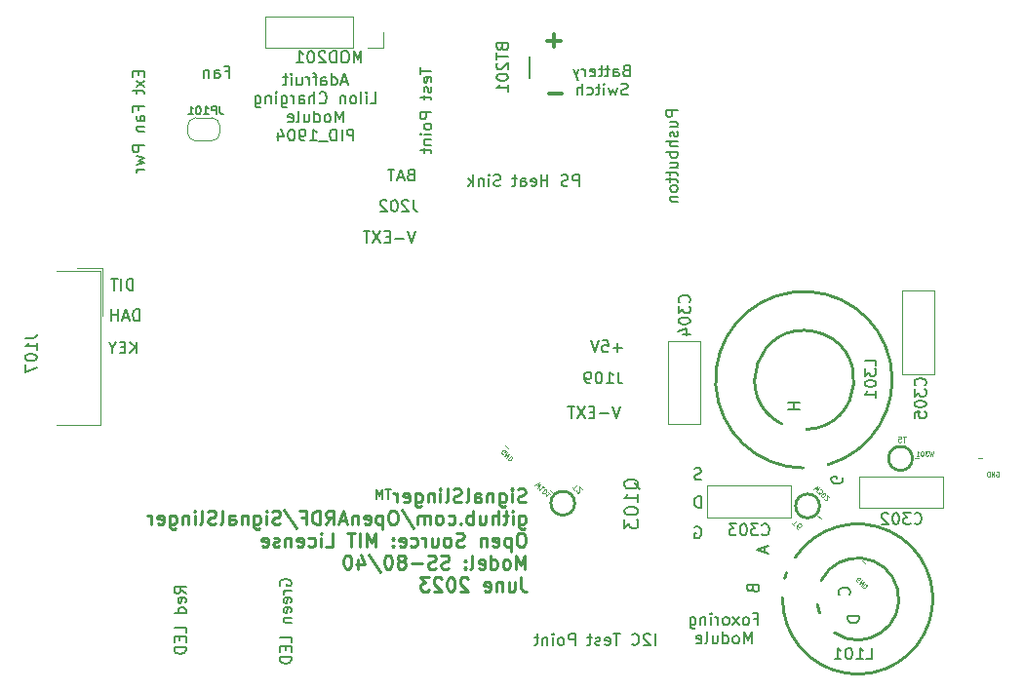
<source format=gbr>
%TF.GenerationSoftware,KiCad,Pcbnew,(6.0.4-0)*%
%TF.CreationDate,2023-06-28T10:42:51-04:00*%
%TF.ProjectId,SignalSlinger,5369676e-616c-4536-9c69-6e6765722e6b,rev?*%
%TF.SameCoordinates,Original*%
%TF.FileFunction,Legend,Bot*%
%TF.FilePolarity,Positive*%
%FSLAX46Y46*%
G04 Gerber Fmt 4.6, Leading zero omitted, Abs format (unit mm)*
G04 Created by KiCad (PCBNEW (6.0.4-0)) date 2023-06-28 10:42:51*
%MOMM*%
%LPD*%
G01*
G04 APERTURE LIST*
%ADD10C,0.150000*%
%ADD11C,0.250000*%
%ADD12C,0.300000*%
%ADD13C,0.100000*%
%ADD14C,0.125000*%
%ADD15C,0.120000*%
G04 APERTURE END LIST*
D10*
X89380000Y-65930000D02*
X89380000Y-64080000D01*
D11*
X89068928Y-102761714D02*
X88897500Y-102818857D01*
X88611785Y-102818857D01*
X88497500Y-102761714D01*
X88440357Y-102704571D01*
X88383214Y-102590285D01*
X88383214Y-102476000D01*
X88440357Y-102361714D01*
X88497500Y-102304571D01*
X88611785Y-102247428D01*
X88840357Y-102190285D01*
X88954642Y-102133142D01*
X89011785Y-102076000D01*
X89068928Y-101961714D01*
X89068928Y-101847428D01*
X89011785Y-101733142D01*
X88954642Y-101676000D01*
X88840357Y-101618857D01*
X88554642Y-101618857D01*
X88383214Y-101676000D01*
X87868928Y-102818857D02*
X87868928Y-102018857D01*
X87868928Y-101618857D02*
X87926071Y-101676000D01*
X87868928Y-101733142D01*
X87811785Y-101676000D01*
X87868928Y-101618857D01*
X87868928Y-101733142D01*
X86783214Y-102018857D02*
X86783214Y-102990285D01*
X86840357Y-103104571D01*
X86897500Y-103161714D01*
X87011785Y-103218857D01*
X87183214Y-103218857D01*
X87297500Y-103161714D01*
X86783214Y-102761714D02*
X86897500Y-102818857D01*
X87126071Y-102818857D01*
X87240357Y-102761714D01*
X87297500Y-102704571D01*
X87354642Y-102590285D01*
X87354642Y-102247428D01*
X87297500Y-102133142D01*
X87240357Y-102076000D01*
X87126071Y-102018857D01*
X86897500Y-102018857D01*
X86783214Y-102076000D01*
X86211785Y-102018857D02*
X86211785Y-102818857D01*
X86211785Y-102133142D02*
X86154642Y-102076000D01*
X86040357Y-102018857D01*
X85868928Y-102018857D01*
X85754642Y-102076000D01*
X85697500Y-102190285D01*
X85697500Y-102818857D01*
X84611785Y-102818857D02*
X84611785Y-102190285D01*
X84668928Y-102076000D01*
X84783214Y-102018857D01*
X85011785Y-102018857D01*
X85126071Y-102076000D01*
X84611785Y-102761714D02*
X84726071Y-102818857D01*
X85011785Y-102818857D01*
X85126071Y-102761714D01*
X85183214Y-102647428D01*
X85183214Y-102533142D01*
X85126071Y-102418857D01*
X85011785Y-102361714D01*
X84726071Y-102361714D01*
X84611785Y-102304571D01*
X83868928Y-102818857D02*
X83983214Y-102761714D01*
X84040357Y-102647428D01*
X84040357Y-101618857D01*
X83468928Y-102761714D02*
X83297500Y-102818857D01*
X83011785Y-102818857D01*
X82897500Y-102761714D01*
X82840357Y-102704571D01*
X82783214Y-102590285D01*
X82783214Y-102476000D01*
X82840357Y-102361714D01*
X82897500Y-102304571D01*
X83011785Y-102247428D01*
X83240357Y-102190285D01*
X83354642Y-102133142D01*
X83411785Y-102076000D01*
X83468928Y-101961714D01*
X83468928Y-101847428D01*
X83411785Y-101733142D01*
X83354642Y-101676000D01*
X83240357Y-101618857D01*
X82954642Y-101618857D01*
X82783214Y-101676000D01*
X82097500Y-102818857D02*
X82211785Y-102761714D01*
X82268928Y-102647428D01*
X82268928Y-101618857D01*
X81640357Y-102818857D02*
X81640357Y-102018857D01*
X81640357Y-101618857D02*
X81697500Y-101676000D01*
X81640357Y-101733142D01*
X81583214Y-101676000D01*
X81640357Y-101618857D01*
X81640357Y-101733142D01*
X81068928Y-102018857D02*
X81068928Y-102818857D01*
X81068928Y-102133142D02*
X81011785Y-102076000D01*
X80897500Y-102018857D01*
X80726071Y-102018857D01*
X80611785Y-102076000D01*
X80554642Y-102190285D01*
X80554642Y-102818857D01*
X79468928Y-102018857D02*
X79468928Y-102990285D01*
X79526071Y-103104571D01*
X79583214Y-103161714D01*
X79697500Y-103218857D01*
X79868928Y-103218857D01*
X79983214Y-103161714D01*
X79468928Y-102761714D02*
X79583214Y-102818857D01*
X79811785Y-102818857D01*
X79926071Y-102761714D01*
X79983214Y-102704571D01*
X80040357Y-102590285D01*
X80040357Y-102247428D01*
X79983214Y-102133142D01*
X79926071Y-102076000D01*
X79811785Y-102018857D01*
X79583214Y-102018857D01*
X79468928Y-102076000D01*
X78440357Y-102761714D02*
X78554642Y-102818857D01*
X78783214Y-102818857D01*
X78897500Y-102761714D01*
X78954642Y-102647428D01*
X78954642Y-102190285D01*
X78897500Y-102076000D01*
X78783214Y-102018857D01*
X78554642Y-102018857D01*
X78440357Y-102076000D01*
X78383214Y-102190285D01*
X78383214Y-102304571D01*
X78954642Y-102418857D01*
X77868928Y-102818857D02*
X77868928Y-102018857D01*
X77868928Y-102247428D02*
X77811785Y-102133142D01*
X77754642Y-102076000D01*
X77640357Y-102018857D01*
X77526071Y-102018857D01*
X88497500Y-103950857D02*
X88497500Y-104922285D01*
X88554642Y-105036571D01*
X88611785Y-105093714D01*
X88726071Y-105150857D01*
X88897500Y-105150857D01*
X89011785Y-105093714D01*
X88497500Y-104693714D02*
X88611785Y-104750857D01*
X88840357Y-104750857D01*
X88954642Y-104693714D01*
X89011785Y-104636571D01*
X89068928Y-104522285D01*
X89068928Y-104179428D01*
X89011785Y-104065142D01*
X88954642Y-104008000D01*
X88840357Y-103950857D01*
X88611785Y-103950857D01*
X88497500Y-104008000D01*
X87926071Y-104750857D02*
X87926071Y-103950857D01*
X87926071Y-103550857D02*
X87983214Y-103608000D01*
X87926071Y-103665142D01*
X87868928Y-103608000D01*
X87926071Y-103550857D01*
X87926071Y-103665142D01*
X87526071Y-103950857D02*
X87068928Y-103950857D01*
X87354642Y-103550857D02*
X87354642Y-104579428D01*
X87297500Y-104693714D01*
X87183214Y-104750857D01*
X87068928Y-104750857D01*
X86668928Y-104750857D02*
X86668928Y-103550857D01*
X86154642Y-104750857D02*
X86154642Y-104122285D01*
X86211785Y-104008000D01*
X86326071Y-103950857D01*
X86497500Y-103950857D01*
X86611785Y-104008000D01*
X86668928Y-104065142D01*
X85068928Y-103950857D02*
X85068928Y-104750857D01*
X85583214Y-103950857D02*
X85583214Y-104579428D01*
X85526071Y-104693714D01*
X85411785Y-104750857D01*
X85240357Y-104750857D01*
X85126071Y-104693714D01*
X85068928Y-104636571D01*
X84497500Y-104750857D02*
X84497500Y-103550857D01*
X84497500Y-104008000D02*
X84383214Y-103950857D01*
X84154642Y-103950857D01*
X84040357Y-104008000D01*
X83983214Y-104065142D01*
X83926071Y-104179428D01*
X83926071Y-104522285D01*
X83983214Y-104636571D01*
X84040357Y-104693714D01*
X84154642Y-104750857D01*
X84383214Y-104750857D01*
X84497500Y-104693714D01*
X83411785Y-104636571D02*
X83354642Y-104693714D01*
X83411785Y-104750857D01*
X83468928Y-104693714D01*
X83411785Y-104636571D01*
X83411785Y-104750857D01*
X82326071Y-104693714D02*
X82440357Y-104750857D01*
X82668928Y-104750857D01*
X82783214Y-104693714D01*
X82840357Y-104636571D01*
X82897500Y-104522285D01*
X82897500Y-104179428D01*
X82840357Y-104065142D01*
X82783214Y-104008000D01*
X82668928Y-103950857D01*
X82440357Y-103950857D01*
X82326071Y-104008000D01*
X81640357Y-104750857D02*
X81754642Y-104693714D01*
X81811785Y-104636571D01*
X81868928Y-104522285D01*
X81868928Y-104179428D01*
X81811785Y-104065142D01*
X81754642Y-104008000D01*
X81640357Y-103950857D01*
X81468928Y-103950857D01*
X81354642Y-104008000D01*
X81297500Y-104065142D01*
X81240357Y-104179428D01*
X81240357Y-104522285D01*
X81297500Y-104636571D01*
X81354642Y-104693714D01*
X81468928Y-104750857D01*
X81640357Y-104750857D01*
X80726071Y-104750857D02*
X80726071Y-103950857D01*
X80726071Y-104065142D02*
X80668928Y-104008000D01*
X80554642Y-103950857D01*
X80383214Y-103950857D01*
X80268928Y-104008000D01*
X80211785Y-104122285D01*
X80211785Y-104750857D01*
X80211785Y-104122285D02*
X80154642Y-104008000D01*
X80040357Y-103950857D01*
X79868928Y-103950857D01*
X79754642Y-104008000D01*
X79697500Y-104122285D01*
X79697500Y-104750857D01*
X78268928Y-103493714D02*
X79297500Y-105036571D01*
X77640357Y-103550857D02*
X77411785Y-103550857D01*
X77297499Y-103608000D01*
X77183214Y-103722285D01*
X77126071Y-103950857D01*
X77126071Y-104350857D01*
X77183214Y-104579428D01*
X77297499Y-104693714D01*
X77411785Y-104750857D01*
X77640357Y-104750857D01*
X77754642Y-104693714D01*
X77868928Y-104579428D01*
X77926071Y-104350857D01*
X77926071Y-103950857D01*
X77868928Y-103722285D01*
X77754642Y-103608000D01*
X77640357Y-103550857D01*
X76611785Y-103950857D02*
X76611785Y-105150857D01*
X76611785Y-104008000D02*
X76497499Y-103950857D01*
X76268928Y-103950857D01*
X76154642Y-104008000D01*
X76097499Y-104065142D01*
X76040357Y-104179428D01*
X76040357Y-104522285D01*
X76097499Y-104636571D01*
X76154642Y-104693714D01*
X76268928Y-104750857D01*
X76497499Y-104750857D01*
X76611785Y-104693714D01*
X75068928Y-104693714D02*
X75183214Y-104750857D01*
X75411785Y-104750857D01*
X75526071Y-104693714D01*
X75583214Y-104579428D01*
X75583214Y-104122285D01*
X75526071Y-104008000D01*
X75411785Y-103950857D01*
X75183214Y-103950857D01*
X75068928Y-104008000D01*
X75011785Y-104122285D01*
X75011785Y-104236571D01*
X75583214Y-104350857D01*
X74497499Y-103950857D02*
X74497499Y-104750857D01*
X74497499Y-104065142D02*
X74440357Y-104008000D01*
X74326071Y-103950857D01*
X74154642Y-103950857D01*
X74040357Y-104008000D01*
X73983214Y-104122285D01*
X73983214Y-104750857D01*
X73468928Y-104408000D02*
X72897499Y-104408000D01*
X73583214Y-104750857D02*
X73183214Y-103550857D01*
X72783214Y-104750857D01*
X71697499Y-104750857D02*
X72097499Y-104179428D01*
X72383214Y-104750857D02*
X72383214Y-103550857D01*
X71926071Y-103550857D01*
X71811785Y-103608000D01*
X71754642Y-103665142D01*
X71697499Y-103779428D01*
X71697499Y-103950857D01*
X71754642Y-104065142D01*
X71811785Y-104122285D01*
X71926071Y-104179428D01*
X72383214Y-104179428D01*
X71183214Y-104750857D02*
X71183214Y-103550857D01*
X70897499Y-103550857D01*
X70726071Y-103608000D01*
X70611785Y-103722285D01*
X70554642Y-103836571D01*
X70497499Y-104065142D01*
X70497499Y-104236571D01*
X70554642Y-104465142D01*
X70611785Y-104579428D01*
X70726071Y-104693714D01*
X70897499Y-104750857D01*
X71183214Y-104750857D01*
X69583214Y-104122285D02*
X69983214Y-104122285D01*
X69983214Y-104750857D02*
X69983214Y-103550857D01*
X69411785Y-103550857D01*
X68097499Y-103493714D02*
X69126071Y-105036571D01*
X67754642Y-104693714D02*
X67583214Y-104750857D01*
X67297499Y-104750857D01*
X67183214Y-104693714D01*
X67126071Y-104636571D01*
X67068928Y-104522285D01*
X67068928Y-104408000D01*
X67126071Y-104293714D01*
X67183214Y-104236571D01*
X67297499Y-104179428D01*
X67526071Y-104122285D01*
X67640357Y-104065142D01*
X67697499Y-104008000D01*
X67754642Y-103893714D01*
X67754642Y-103779428D01*
X67697499Y-103665142D01*
X67640357Y-103608000D01*
X67526071Y-103550857D01*
X67240357Y-103550857D01*
X67068928Y-103608000D01*
X66554642Y-104750857D02*
X66554642Y-103950857D01*
X66554642Y-103550857D02*
X66611785Y-103608000D01*
X66554642Y-103665142D01*
X66497499Y-103608000D01*
X66554642Y-103550857D01*
X66554642Y-103665142D01*
X65468928Y-103950857D02*
X65468928Y-104922285D01*
X65526071Y-105036571D01*
X65583214Y-105093714D01*
X65697499Y-105150857D01*
X65868928Y-105150857D01*
X65983214Y-105093714D01*
X65468928Y-104693714D02*
X65583214Y-104750857D01*
X65811785Y-104750857D01*
X65926071Y-104693714D01*
X65983214Y-104636571D01*
X66040357Y-104522285D01*
X66040357Y-104179428D01*
X65983214Y-104065142D01*
X65926071Y-104008000D01*
X65811785Y-103950857D01*
X65583214Y-103950857D01*
X65468928Y-104008000D01*
X64897499Y-103950857D02*
X64897499Y-104750857D01*
X64897499Y-104065142D02*
X64840357Y-104008000D01*
X64726071Y-103950857D01*
X64554642Y-103950857D01*
X64440357Y-104008000D01*
X64383214Y-104122285D01*
X64383214Y-104750857D01*
X63297499Y-104750857D02*
X63297499Y-104122285D01*
X63354642Y-104008000D01*
X63468928Y-103950857D01*
X63697499Y-103950857D01*
X63811785Y-104008000D01*
X63297499Y-104693714D02*
X63411785Y-104750857D01*
X63697499Y-104750857D01*
X63811785Y-104693714D01*
X63868928Y-104579428D01*
X63868928Y-104465142D01*
X63811785Y-104350857D01*
X63697499Y-104293714D01*
X63411785Y-104293714D01*
X63297499Y-104236571D01*
X62554642Y-104750857D02*
X62668928Y-104693714D01*
X62726071Y-104579428D01*
X62726071Y-103550857D01*
X62154642Y-104693714D02*
X61983214Y-104750857D01*
X61697499Y-104750857D01*
X61583214Y-104693714D01*
X61526071Y-104636571D01*
X61468928Y-104522285D01*
X61468928Y-104408000D01*
X61526071Y-104293714D01*
X61583214Y-104236571D01*
X61697499Y-104179428D01*
X61926071Y-104122285D01*
X62040357Y-104065142D01*
X62097499Y-104008000D01*
X62154642Y-103893714D01*
X62154642Y-103779428D01*
X62097499Y-103665142D01*
X62040357Y-103608000D01*
X61926071Y-103550857D01*
X61640357Y-103550857D01*
X61468928Y-103608000D01*
X60783214Y-104750857D02*
X60897499Y-104693714D01*
X60954642Y-104579428D01*
X60954642Y-103550857D01*
X60326071Y-104750857D02*
X60326071Y-103950857D01*
X60326071Y-103550857D02*
X60383214Y-103608000D01*
X60326071Y-103665142D01*
X60268928Y-103608000D01*
X60326071Y-103550857D01*
X60326071Y-103665142D01*
X59754642Y-103950857D02*
X59754642Y-104750857D01*
X59754642Y-104065142D02*
X59697499Y-104008000D01*
X59583214Y-103950857D01*
X59411785Y-103950857D01*
X59297499Y-104008000D01*
X59240357Y-104122285D01*
X59240357Y-104750857D01*
X58154642Y-103950857D02*
X58154642Y-104922285D01*
X58211785Y-105036571D01*
X58268928Y-105093714D01*
X58383214Y-105150857D01*
X58554642Y-105150857D01*
X58668928Y-105093714D01*
X58154642Y-104693714D02*
X58268928Y-104750857D01*
X58497499Y-104750857D01*
X58611785Y-104693714D01*
X58668928Y-104636571D01*
X58726071Y-104522285D01*
X58726071Y-104179428D01*
X58668928Y-104065142D01*
X58611785Y-104008000D01*
X58497499Y-103950857D01*
X58268928Y-103950857D01*
X58154642Y-104008000D01*
X57126071Y-104693714D02*
X57240357Y-104750857D01*
X57468928Y-104750857D01*
X57583214Y-104693714D01*
X57640357Y-104579428D01*
X57640357Y-104122285D01*
X57583214Y-104008000D01*
X57468928Y-103950857D01*
X57240357Y-103950857D01*
X57126071Y-104008000D01*
X57068928Y-104122285D01*
X57068928Y-104236571D01*
X57640357Y-104350857D01*
X56554642Y-104750857D02*
X56554642Y-103950857D01*
X56554642Y-104179428D02*
X56497499Y-104065142D01*
X56440357Y-104008000D01*
X56326071Y-103950857D01*
X56211785Y-103950857D01*
X88783214Y-105482857D02*
X88554642Y-105482857D01*
X88440357Y-105540000D01*
X88326071Y-105654285D01*
X88268928Y-105882857D01*
X88268928Y-106282857D01*
X88326071Y-106511428D01*
X88440357Y-106625714D01*
X88554642Y-106682857D01*
X88783214Y-106682857D01*
X88897500Y-106625714D01*
X89011785Y-106511428D01*
X89068928Y-106282857D01*
X89068928Y-105882857D01*
X89011785Y-105654285D01*
X88897500Y-105540000D01*
X88783214Y-105482857D01*
X87754642Y-105882857D02*
X87754642Y-107082857D01*
X87754642Y-105940000D02*
X87640357Y-105882857D01*
X87411785Y-105882857D01*
X87297500Y-105940000D01*
X87240357Y-105997142D01*
X87183214Y-106111428D01*
X87183214Y-106454285D01*
X87240357Y-106568571D01*
X87297500Y-106625714D01*
X87411785Y-106682857D01*
X87640357Y-106682857D01*
X87754642Y-106625714D01*
X86211785Y-106625714D02*
X86326071Y-106682857D01*
X86554642Y-106682857D01*
X86668928Y-106625714D01*
X86726071Y-106511428D01*
X86726071Y-106054285D01*
X86668928Y-105940000D01*
X86554642Y-105882857D01*
X86326071Y-105882857D01*
X86211785Y-105940000D01*
X86154642Y-106054285D01*
X86154642Y-106168571D01*
X86726071Y-106282857D01*
X85640357Y-105882857D02*
X85640357Y-106682857D01*
X85640357Y-105997142D02*
X85583214Y-105940000D01*
X85468928Y-105882857D01*
X85297500Y-105882857D01*
X85183214Y-105940000D01*
X85126071Y-106054285D01*
X85126071Y-106682857D01*
X83697500Y-106625714D02*
X83526071Y-106682857D01*
X83240357Y-106682857D01*
X83126071Y-106625714D01*
X83068928Y-106568571D01*
X83011785Y-106454285D01*
X83011785Y-106340000D01*
X83068928Y-106225714D01*
X83126071Y-106168571D01*
X83240357Y-106111428D01*
X83468928Y-106054285D01*
X83583214Y-105997142D01*
X83640357Y-105940000D01*
X83697500Y-105825714D01*
X83697500Y-105711428D01*
X83640357Y-105597142D01*
X83583214Y-105540000D01*
X83468928Y-105482857D01*
X83183214Y-105482857D01*
X83011785Y-105540000D01*
X82326071Y-106682857D02*
X82440357Y-106625714D01*
X82497500Y-106568571D01*
X82554642Y-106454285D01*
X82554642Y-106111428D01*
X82497500Y-105997142D01*
X82440357Y-105940000D01*
X82326071Y-105882857D01*
X82154642Y-105882857D01*
X82040357Y-105940000D01*
X81983214Y-105997142D01*
X81926071Y-106111428D01*
X81926071Y-106454285D01*
X81983214Y-106568571D01*
X82040357Y-106625714D01*
X82154642Y-106682857D01*
X82326071Y-106682857D01*
X80897500Y-105882857D02*
X80897500Y-106682857D01*
X81411785Y-105882857D02*
X81411785Y-106511428D01*
X81354642Y-106625714D01*
X81240357Y-106682857D01*
X81068928Y-106682857D01*
X80954642Y-106625714D01*
X80897500Y-106568571D01*
X80326071Y-106682857D02*
X80326071Y-105882857D01*
X80326071Y-106111428D02*
X80268928Y-105997142D01*
X80211785Y-105940000D01*
X80097500Y-105882857D01*
X79983214Y-105882857D01*
X79068928Y-106625714D02*
X79183214Y-106682857D01*
X79411785Y-106682857D01*
X79526071Y-106625714D01*
X79583214Y-106568571D01*
X79640357Y-106454285D01*
X79640357Y-106111428D01*
X79583214Y-105997142D01*
X79526071Y-105940000D01*
X79411785Y-105882857D01*
X79183214Y-105882857D01*
X79068928Y-105940000D01*
X78097500Y-106625714D02*
X78211785Y-106682857D01*
X78440357Y-106682857D01*
X78554642Y-106625714D01*
X78611785Y-106511428D01*
X78611785Y-106054285D01*
X78554642Y-105940000D01*
X78440357Y-105882857D01*
X78211785Y-105882857D01*
X78097500Y-105940000D01*
X78040357Y-106054285D01*
X78040357Y-106168571D01*
X78611785Y-106282857D01*
X77526071Y-106568571D02*
X77468928Y-106625714D01*
X77526071Y-106682857D01*
X77583214Y-106625714D01*
X77526071Y-106568571D01*
X77526071Y-106682857D01*
X77526071Y-105940000D02*
X77468928Y-105997142D01*
X77526071Y-106054285D01*
X77583214Y-105997142D01*
X77526071Y-105940000D01*
X77526071Y-106054285D01*
X76040357Y-106682857D02*
X76040357Y-105482857D01*
X75640357Y-106340000D01*
X75240357Y-105482857D01*
X75240357Y-106682857D01*
X74668928Y-106682857D02*
X74668928Y-105482857D01*
X74268928Y-105482857D02*
X73583214Y-105482857D01*
X73926071Y-106682857D02*
X73926071Y-105482857D01*
X71697500Y-106682857D02*
X72268928Y-106682857D01*
X72268928Y-105482857D01*
X71297500Y-106682857D02*
X71297500Y-105882857D01*
X71297500Y-105482857D02*
X71354642Y-105540000D01*
X71297500Y-105597142D01*
X71240357Y-105540000D01*
X71297500Y-105482857D01*
X71297500Y-105597142D01*
X70211785Y-106625714D02*
X70326071Y-106682857D01*
X70554642Y-106682857D01*
X70668928Y-106625714D01*
X70726071Y-106568571D01*
X70783214Y-106454285D01*
X70783214Y-106111428D01*
X70726071Y-105997142D01*
X70668928Y-105940000D01*
X70554642Y-105882857D01*
X70326071Y-105882857D01*
X70211785Y-105940000D01*
X69240357Y-106625714D02*
X69354642Y-106682857D01*
X69583214Y-106682857D01*
X69697500Y-106625714D01*
X69754642Y-106511428D01*
X69754642Y-106054285D01*
X69697500Y-105940000D01*
X69583214Y-105882857D01*
X69354642Y-105882857D01*
X69240357Y-105940000D01*
X69183214Y-106054285D01*
X69183214Y-106168571D01*
X69754642Y-106282857D01*
X68668928Y-105882857D02*
X68668928Y-106682857D01*
X68668928Y-105997142D02*
X68611785Y-105940000D01*
X68497500Y-105882857D01*
X68326071Y-105882857D01*
X68211785Y-105940000D01*
X68154642Y-106054285D01*
X68154642Y-106682857D01*
X67640357Y-106625714D02*
X67526071Y-106682857D01*
X67297500Y-106682857D01*
X67183214Y-106625714D01*
X67126071Y-106511428D01*
X67126071Y-106454285D01*
X67183214Y-106340000D01*
X67297500Y-106282857D01*
X67468928Y-106282857D01*
X67583214Y-106225714D01*
X67640357Y-106111428D01*
X67640357Y-106054285D01*
X67583214Y-105940000D01*
X67468928Y-105882857D01*
X67297500Y-105882857D01*
X67183214Y-105940000D01*
X66154642Y-106625714D02*
X66268928Y-106682857D01*
X66497499Y-106682857D01*
X66611785Y-106625714D01*
X66668928Y-106511428D01*
X66668928Y-106054285D01*
X66611785Y-105940000D01*
X66497499Y-105882857D01*
X66268928Y-105882857D01*
X66154642Y-105940000D01*
X66097499Y-106054285D01*
X66097499Y-106168571D01*
X66668928Y-106282857D01*
X89011785Y-108614857D02*
X89011785Y-107414857D01*
X88611785Y-108272000D01*
X88211785Y-107414857D01*
X88211785Y-108614857D01*
X87468928Y-108614857D02*
X87583214Y-108557714D01*
X87640357Y-108500571D01*
X87697500Y-108386285D01*
X87697500Y-108043428D01*
X87640357Y-107929142D01*
X87583214Y-107872000D01*
X87468928Y-107814857D01*
X87297500Y-107814857D01*
X87183214Y-107872000D01*
X87126071Y-107929142D01*
X87068928Y-108043428D01*
X87068928Y-108386285D01*
X87126071Y-108500571D01*
X87183214Y-108557714D01*
X87297500Y-108614857D01*
X87468928Y-108614857D01*
X86040357Y-108614857D02*
X86040357Y-107414857D01*
X86040357Y-108557714D02*
X86154642Y-108614857D01*
X86383214Y-108614857D01*
X86497500Y-108557714D01*
X86554642Y-108500571D01*
X86611785Y-108386285D01*
X86611785Y-108043428D01*
X86554642Y-107929142D01*
X86497500Y-107872000D01*
X86383214Y-107814857D01*
X86154642Y-107814857D01*
X86040357Y-107872000D01*
X85011785Y-108557714D02*
X85126071Y-108614857D01*
X85354642Y-108614857D01*
X85468928Y-108557714D01*
X85526071Y-108443428D01*
X85526071Y-107986285D01*
X85468928Y-107872000D01*
X85354642Y-107814857D01*
X85126071Y-107814857D01*
X85011785Y-107872000D01*
X84954642Y-107986285D01*
X84954642Y-108100571D01*
X85526071Y-108214857D01*
X84268928Y-108614857D02*
X84383214Y-108557714D01*
X84440357Y-108443428D01*
X84440357Y-107414857D01*
X83811785Y-108500571D02*
X83754642Y-108557714D01*
X83811785Y-108614857D01*
X83868928Y-108557714D01*
X83811785Y-108500571D01*
X83811785Y-108614857D01*
X83811785Y-107872000D02*
X83754642Y-107929142D01*
X83811785Y-107986285D01*
X83868928Y-107929142D01*
X83811785Y-107872000D01*
X83811785Y-107986285D01*
X82383214Y-108557714D02*
X82211785Y-108614857D01*
X81926071Y-108614857D01*
X81811785Y-108557714D01*
X81754642Y-108500571D01*
X81697500Y-108386285D01*
X81697500Y-108272000D01*
X81754642Y-108157714D01*
X81811785Y-108100571D01*
X81926071Y-108043428D01*
X82154642Y-107986285D01*
X82268928Y-107929142D01*
X82326071Y-107872000D01*
X82383214Y-107757714D01*
X82383214Y-107643428D01*
X82326071Y-107529142D01*
X82268928Y-107472000D01*
X82154642Y-107414857D01*
X81868928Y-107414857D01*
X81697500Y-107472000D01*
X81240357Y-108557714D02*
X81068928Y-108614857D01*
X80783214Y-108614857D01*
X80668928Y-108557714D01*
X80611785Y-108500571D01*
X80554642Y-108386285D01*
X80554642Y-108272000D01*
X80611785Y-108157714D01*
X80668928Y-108100571D01*
X80783214Y-108043428D01*
X81011785Y-107986285D01*
X81126071Y-107929142D01*
X81183214Y-107872000D01*
X81240357Y-107757714D01*
X81240357Y-107643428D01*
X81183214Y-107529142D01*
X81126071Y-107472000D01*
X81011785Y-107414857D01*
X80726071Y-107414857D01*
X80554642Y-107472000D01*
X80040357Y-108157714D02*
X79126071Y-108157714D01*
X78383214Y-107929142D02*
X78497500Y-107872000D01*
X78554642Y-107814857D01*
X78611785Y-107700571D01*
X78611785Y-107643428D01*
X78554642Y-107529142D01*
X78497500Y-107472000D01*
X78383214Y-107414857D01*
X78154642Y-107414857D01*
X78040357Y-107472000D01*
X77983214Y-107529142D01*
X77926071Y-107643428D01*
X77926071Y-107700571D01*
X77983214Y-107814857D01*
X78040357Y-107872000D01*
X78154642Y-107929142D01*
X78383214Y-107929142D01*
X78497500Y-107986285D01*
X78554642Y-108043428D01*
X78611785Y-108157714D01*
X78611785Y-108386285D01*
X78554642Y-108500571D01*
X78497500Y-108557714D01*
X78383214Y-108614857D01*
X78154642Y-108614857D01*
X78040357Y-108557714D01*
X77983214Y-108500571D01*
X77926071Y-108386285D01*
X77926071Y-108157714D01*
X77983214Y-108043428D01*
X78040357Y-107986285D01*
X78154642Y-107929142D01*
X77183214Y-107414857D02*
X77068928Y-107414857D01*
X76954642Y-107472000D01*
X76897500Y-107529142D01*
X76840357Y-107643428D01*
X76783214Y-107872000D01*
X76783214Y-108157714D01*
X76840357Y-108386285D01*
X76897500Y-108500571D01*
X76954642Y-108557714D01*
X77068928Y-108614857D01*
X77183214Y-108614857D01*
X77297500Y-108557714D01*
X77354642Y-108500571D01*
X77411785Y-108386285D01*
X77468928Y-108157714D01*
X77468928Y-107872000D01*
X77411785Y-107643428D01*
X77354642Y-107529142D01*
X77297500Y-107472000D01*
X77183214Y-107414857D01*
X75411785Y-107357714D02*
X76440357Y-108900571D01*
X74497500Y-107814857D02*
X74497500Y-108614857D01*
X74783214Y-107357714D02*
X75068928Y-108214857D01*
X74326071Y-108214857D01*
X73640357Y-107414857D02*
X73526071Y-107414857D01*
X73411785Y-107472000D01*
X73354642Y-107529142D01*
X73297500Y-107643428D01*
X73240357Y-107872000D01*
X73240357Y-108157714D01*
X73297500Y-108386285D01*
X73354642Y-108500571D01*
X73411785Y-108557714D01*
X73526071Y-108614857D01*
X73640357Y-108614857D01*
X73754642Y-108557714D01*
X73811785Y-108500571D01*
X73868928Y-108386285D01*
X73926071Y-108157714D01*
X73926071Y-107872000D01*
X73868928Y-107643428D01*
X73811785Y-107529142D01*
X73754642Y-107472000D01*
X73640357Y-107414857D01*
X88668928Y-109346857D02*
X88668928Y-110204000D01*
X88726071Y-110375428D01*
X88840357Y-110489714D01*
X89011785Y-110546857D01*
X89126071Y-110546857D01*
X87583214Y-109746857D02*
X87583214Y-110546857D01*
X88097500Y-109746857D02*
X88097500Y-110375428D01*
X88040357Y-110489714D01*
X87926071Y-110546857D01*
X87754642Y-110546857D01*
X87640357Y-110489714D01*
X87583214Y-110432571D01*
X87011785Y-109746857D02*
X87011785Y-110546857D01*
X87011785Y-109861142D02*
X86954642Y-109804000D01*
X86840357Y-109746857D01*
X86668928Y-109746857D01*
X86554642Y-109804000D01*
X86497500Y-109918285D01*
X86497500Y-110546857D01*
X85468928Y-110489714D02*
X85583214Y-110546857D01*
X85811785Y-110546857D01*
X85926071Y-110489714D01*
X85983214Y-110375428D01*
X85983214Y-109918285D01*
X85926071Y-109804000D01*
X85811785Y-109746857D01*
X85583214Y-109746857D01*
X85468928Y-109804000D01*
X85411785Y-109918285D01*
X85411785Y-110032571D01*
X85983214Y-110146857D01*
X84040357Y-109461142D02*
X83983214Y-109404000D01*
X83868928Y-109346857D01*
X83583214Y-109346857D01*
X83468928Y-109404000D01*
X83411785Y-109461142D01*
X83354642Y-109575428D01*
X83354642Y-109689714D01*
X83411785Y-109861142D01*
X84097500Y-110546857D01*
X83354642Y-110546857D01*
X82611785Y-109346857D02*
X82497500Y-109346857D01*
X82383214Y-109404000D01*
X82326071Y-109461142D01*
X82268928Y-109575428D01*
X82211785Y-109804000D01*
X82211785Y-110089714D01*
X82268928Y-110318285D01*
X82326071Y-110432571D01*
X82383214Y-110489714D01*
X82497500Y-110546857D01*
X82611785Y-110546857D01*
X82726071Y-110489714D01*
X82783214Y-110432571D01*
X82840357Y-110318285D01*
X82897500Y-110089714D01*
X82897500Y-109804000D01*
X82840357Y-109575428D01*
X82783214Y-109461142D01*
X82726071Y-109404000D01*
X82611785Y-109346857D01*
X81754642Y-109461142D02*
X81697500Y-109404000D01*
X81583214Y-109346857D01*
X81297500Y-109346857D01*
X81183214Y-109404000D01*
X81126071Y-109461142D01*
X81068928Y-109575428D01*
X81068928Y-109689714D01*
X81126071Y-109861142D01*
X81811785Y-110546857D01*
X81068928Y-110546857D01*
X80668928Y-109346857D02*
X79926071Y-109346857D01*
X80326071Y-109804000D01*
X80154642Y-109804000D01*
X80040357Y-109861142D01*
X79983214Y-109918285D01*
X79926071Y-110032571D01*
X79926071Y-110318285D01*
X79983214Y-110432571D01*
X80040357Y-110489714D01*
X80154642Y-110546857D01*
X80497500Y-110546857D01*
X80611785Y-110489714D01*
X80668928Y-110432571D01*
D10*
X55292857Y-89872380D02*
X55292857Y-88872380D01*
X54721428Y-89872380D02*
X55150000Y-89300952D01*
X54721428Y-88872380D02*
X55292857Y-89443809D01*
X54292857Y-89348571D02*
X53959523Y-89348571D01*
X53816666Y-89872380D02*
X54292857Y-89872380D01*
X54292857Y-88872380D01*
X53816666Y-88872380D01*
X53197619Y-89396190D02*
X53197619Y-89872380D01*
X53530952Y-88872380D02*
X53197619Y-89396190D01*
X52864285Y-88872380D01*
X97435714Y-89391428D02*
X96673809Y-89391428D01*
X97054761Y-89772380D02*
X97054761Y-89010476D01*
X95721428Y-88772380D02*
X96197619Y-88772380D01*
X96245238Y-89248571D01*
X96197619Y-89200952D01*
X96102380Y-89153333D01*
X95864285Y-89153333D01*
X95769047Y-89200952D01*
X95721428Y-89248571D01*
X95673809Y-89343809D01*
X95673809Y-89581904D01*
X95721428Y-89677142D01*
X95769047Y-89724761D01*
X95864285Y-89772380D01*
X96102380Y-89772380D01*
X96197619Y-89724761D01*
X96245238Y-89677142D01*
X95388095Y-88772380D02*
X95054761Y-89772380D01*
X94721428Y-88772380D01*
X93671904Y-75352380D02*
X93671904Y-74352380D01*
X93290952Y-74352380D01*
X93195714Y-74400000D01*
X93148095Y-74447619D01*
X93100476Y-74542857D01*
X93100476Y-74685714D01*
X93148095Y-74780952D01*
X93195714Y-74828571D01*
X93290952Y-74876190D01*
X93671904Y-74876190D01*
X92719523Y-75304761D02*
X92576666Y-75352380D01*
X92338571Y-75352380D01*
X92243333Y-75304761D01*
X92195714Y-75257142D01*
X92148095Y-75161904D01*
X92148095Y-75066666D01*
X92195714Y-74971428D01*
X92243333Y-74923809D01*
X92338571Y-74876190D01*
X92529047Y-74828571D01*
X92624285Y-74780952D01*
X92671904Y-74733333D01*
X92719523Y-74638095D01*
X92719523Y-74542857D01*
X92671904Y-74447619D01*
X92624285Y-74400000D01*
X92529047Y-74352380D01*
X92290952Y-74352380D01*
X92148095Y-74400000D01*
X90957619Y-75352380D02*
X90957619Y-74352380D01*
X90957619Y-74828571D02*
X90386190Y-74828571D01*
X90386190Y-75352380D02*
X90386190Y-74352380D01*
X89529047Y-75304761D02*
X89624285Y-75352380D01*
X89814761Y-75352380D01*
X89910000Y-75304761D01*
X89957619Y-75209523D01*
X89957619Y-74828571D01*
X89910000Y-74733333D01*
X89814761Y-74685714D01*
X89624285Y-74685714D01*
X89529047Y-74733333D01*
X89481428Y-74828571D01*
X89481428Y-74923809D01*
X89957619Y-75019047D01*
X88624285Y-75352380D02*
X88624285Y-74828571D01*
X88671904Y-74733333D01*
X88767142Y-74685714D01*
X88957619Y-74685714D01*
X89052857Y-74733333D01*
X88624285Y-75304761D02*
X88719523Y-75352380D01*
X88957619Y-75352380D01*
X89052857Y-75304761D01*
X89100476Y-75209523D01*
X89100476Y-75114285D01*
X89052857Y-75019047D01*
X88957619Y-74971428D01*
X88719523Y-74971428D01*
X88624285Y-74923809D01*
X88290952Y-74685714D02*
X87910000Y-74685714D01*
X88148095Y-74352380D02*
X88148095Y-75209523D01*
X88100476Y-75304761D01*
X88005238Y-75352380D01*
X87910000Y-75352380D01*
X86862380Y-75304761D02*
X86719523Y-75352380D01*
X86481428Y-75352380D01*
X86386190Y-75304761D01*
X86338571Y-75257142D01*
X86290952Y-75161904D01*
X86290952Y-75066666D01*
X86338571Y-74971428D01*
X86386190Y-74923809D01*
X86481428Y-74876190D01*
X86671904Y-74828571D01*
X86767142Y-74780952D01*
X86814761Y-74733333D01*
X86862380Y-74638095D01*
X86862380Y-74542857D01*
X86814761Y-74447619D01*
X86767142Y-74400000D01*
X86671904Y-74352380D01*
X86433809Y-74352380D01*
X86290952Y-74400000D01*
X85862380Y-75352380D02*
X85862380Y-74685714D01*
X85862380Y-74352380D02*
X85910000Y-74400000D01*
X85862380Y-74447619D01*
X85814761Y-74400000D01*
X85862380Y-74352380D01*
X85862380Y-74447619D01*
X85386190Y-74685714D02*
X85386190Y-75352380D01*
X85386190Y-74780952D02*
X85338571Y-74733333D01*
X85243333Y-74685714D01*
X85100476Y-74685714D01*
X85005238Y-74733333D01*
X84957619Y-74828571D01*
X84957619Y-75352380D01*
X84481428Y-75352380D02*
X84481428Y-74352380D01*
X84386190Y-74971428D02*
X84100476Y-75352380D01*
X84100476Y-74685714D02*
X84481428Y-75066666D01*
X102262380Y-68777619D02*
X101262380Y-68777619D01*
X101262380Y-69158571D01*
X101310000Y-69253809D01*
X101357619Y-69301428D01*
X101452857Y-69349047D01*
X101595714Y-69349047D01*
X101690952Y-69301428D01*
X101738571Y-69253809D01*
X101786190Y-69158571D01*
X101786190Y-68777619D01*
X101595714Y-70206190D02*
X102262380Y-70206190D01*
X101595714Y-69777619D02*
X102119523Y-69777619D01*
X102214761Y-69825238D01*
X102262380Y-69920476D01*
X102262380Y-70063333D01*
X102214761Y-70158571D01*
X102167142Y-70206190D01*
X102214761Y-70634761D02*
X102262380Y-70730000D01*
X102262380Y-70920476D01*
X102214761Y-71015714D01*
X102119523Y-71063333D01*
X102071904Y-71063333D01*
X101976666Y-71015714D01*
X101929047Y-70920476D01*
X101929047Y-70777619D01*
X101881428Y-70682380D01*
X101786190Y-70634761D01*
X101738571Y-70634761D01*
X101643333Y-70682380D01*
X101595714Y-70777619D01*
X101595714Y-70920476D01*
X101643333Y-71015714D01*
X102262380Y-71491904D02*
X101262380Y-71491904D01*
X102262380Y-71920476D02*
X101738571Y-71920476D01*
X101643333Y-71872857D01*
X101595714Y-71777619D01*
X101595714Y-71634761D01*
X101643333Y-71539523D01*
X101690952Y-71491904D01*
X102262380Y-72396666D02*
X101262380Y-72396666D01*
X101643333Y-72396666D02*
X101595714Y-72491904D01*
X101595714Y-72682380D01*
X101643333Y-72777619D01*
X101690952Y-72825238D01*
X101786190Y-72872857D01*
X102071904Y-72872857D01*
X102167142Y-72825238D01*
X102214761Y-72777619D01*
X102262380Y-72682380D01*
X102262380Y-72491904D01*
X102214761Y-72396666D01*
X101595714Y-73730000D02*
X102262380Y-73730000D01*
X101595714Y-73301428D02*
X102119523Y-73301428D01*
X102214761Y-73349047D01*
X102262380Y-73444285D01*
X102262380Y-73587142D01*
X102214761Y-73682380D01*
X102167142Y-73730000D01*
X101595714Y-74063333D02*
X101595714Y-74444285D01*
X101262380Y-74206190D02*
X102119523Y-74206190D01*
X102214761Y-74253809D01*
X102262380Y-74349047D01*
X102262380Y-74444285D01*
X101595714Y-74634761D02*
X101595714Y-75015714D01*
X101262380Y-74777619D02*
X102119523Y-74777619D01*
X102214761Y-74825238D01*
X102262380Y-74920476D01*
X102262380Y-75015714D01*
X102262380Y-75491904D02*
X102214761Y-75396666D01*
X102167142Y-75349047D01*
X102071904Y-75301428D01*
X101786190Y-75301428D01*
X101690952Y-75349047D01*
X101643333Y-75396666D01*
X101595714Y-75491904D01*
X101595714Y-75634761D01*
X101643333Y-75730000D01*
X101690952Y-75777619D01*
X101786190Y-75825238D01*
X102071904Y-75825238D01*
X102167142Y-75777619D01*
X102214761Y-75730000D01*
X102262380Y-75634761D01*
X102262380Y-75491904D01*
X101595714Y-76253809D02*
X102262380Y-76253809D01*
X101690952Y-76253809D02*
X101643333Y-76301428D01*
X101595714Y-76396666D01*
X101595714Y-76539523D01*
X101643333Y-76634761D01*
X101738571Y-76682380D01*
X102262380Y-76682380D01*
X104261904Y-103302380D02*
X104261904Y-102302380D01*
X104023809Y-102302380D01*
X103880952Y-102350000D01*
X103785714Y-102445238D01*
X103738095Y-102540476D01*
X103690476Y-102730952D01*
X103690476Y-102873809D01*
X103738095Y-103064285D01*
X103785714Y-103159523D01*
X103880952Y-103254761D01*
X104023809Y-103302380D01*
X104261904Y-103302380D01*
X67760000Y-110054761D02*
X67712380Y-109959523D01*
X67712380Y-109816666D01*
X67760000Y-109673809D01*
X67855238Y-109578571D01*
X67950476Y-109530952D01*
X68140952Y-109483333D01*
X68283809Y-109483333D01*
X68474285Y-109530952D01*
X68569523Y-109578571D01*
X68664761Y-109673809D01*
X68712380Y-109816666D01*
X68712380Y-109911904D01*
X68664761Y-110054761D01*
X68617142Y-110102380D01*
X68283809Y-110102380D01*
X68283809Y-109911904D01*
X68712380Y-110530952D02*
X68045714Y-110530952D01*
X68236190Y-110530952D02*
X68140952Y-110578571D01*
X68093333Y-110626190D01*
X68045714Y-110721428D01*
X68045714Y-110816666D01*
X68664761Y-111530952D02*
X68712380Y-111435714D01*
X68712380Y-111245238D01*
X68664761Y-111150000D01*
X68569523Y-111102380D01*
X68188571Y-111102380D01*
X68093333Y-111150000D01*
X68045714Y-111245238D01*
X68045714Y-111435714D01*
X68093333Y-111530952D01*
X68188571Y-111578571D01*
X68283809Y-111578571D01*
X68379047Y-111102380D01*
X68664761Y-112388095D02*
X68712380Y-112292857D01*
X68712380Y-112102380D01*
X68664761Y-112007142D01*
X68569523Y-111959523D01*
X68188571Y-111959523D01*
X68093333Y-112007142D01*
X68045714Y-112102380D01*
X68045714Y-112292857D01*
X68093333Y-112388095D01*
X68188571Y-112435714D01*
X68283809Y-112435714D01*
X68379047Y-111959523D01*
X68045714Y-112864285D02*
X68712380Y-112864285D01*
X68140952Y-112864285D02*
X68093333Y-112911904D01*
X68045714Y-113007142D01*
X68045714Y-113150000D01*
X68093333Y-113245238D01*
X68188571Y-113292857D01*
X68712380Y-113292857D01*
X68712380Y-115007142D02*
X68712380Y-114530952D01*
X67712380Y-114530952D01*
X68188571Y-115340476D02*
X68188571Y-115673809D01*
X68712380Y-115816666D02*
X68712380Y-115340476D01*
X67712380Y-115340476D01*
X67712380Y-115816666D01*
X68712380Y-116245238D02*
X67712380Y-116245238D01*
X67712380Y-116483333D01*
X67760000Y-116626190D01*
X67855238Y-116721428D01*
X67950476Y-116769047D01*
X68140952Y-116816666D01*
X68283809Y-116816666D01*
X68474285Y-116769047D01*
X68569523Y-116721428D01*
X68664761Y-116626190D01*
X68712380Y-116483333D01*
X68712380Y-116245238D01*
X63001904Y-65398571D02*
X63335238Y-65398571D01*
X63335238Y-65922380D02*
X63335238Y-64922380D01*
X62859047Y-64922380D01*
X62049523Y-65922380D02*
X62049523Y-65398571D01*
X62097142Y-65303333D01*
X62192380Y-65255714D01*
X62382857Y-65255714D01*
X62478095Y-65303333D01*
X62049523Y-65874761D02*
X62144761Y-65922380D01*
X62382857Y-65922380D01*
X62478095Y-65874761D01*
X62525714Y-65779523D01*
X62525714Y-65684285D01*
X62478095Y-65589047D01*
X62382857Y-65541428D01*
X62144761Y-65541428D01*
X62049523Y-65493809D01*
X61573333Y-65255714D02*
X61573333Y-65922380D01*
X61573333Y-65350952D02*
X61525714Y-65303333D01*
X61430476Y-65255714D01*
X61287619Y-65255714D01*
X61192380Y-65303333D01*
X61144761Y-65398571D01*
X61144761Y-65922380D01*
X103738095Y-104980000D02*
X103833333Y-104932380D01*
X103976190Y-104932380D01*
X104119047Y-104980000D01*
X104214285Y-105075238D01*
X104261904Y-105170476D01*
X104309523Y-105360952D01*
X104309523Y-105503809D01*
X104261904Y-105694285D01*
X104214285Y-105789523D01*
X104119047Y-105884761D01*
X103976190Y-105932380D01*
X103880952Y-105932380D01*
X103738095Y-105884761D01*
X103690476Y-105837142D01*
X103690476Y-105503809D01*
X103880952Y-105503809D01*
X55428571Y-65366666D02*
X55428571Y-65700000D01*
X55952380Y-65842857D02*
X55952380Y-65366666D01*
X54952380Y-65366666D01*
X54952380Y-65842857D01*
X55952380Y-66176190D02*
X55285714Y-66700000D01*
X55285714Y-66176190D02*
X55952380Y-66700000D01*
X55285714Y-66938095D02*
X55285714Y-67319047D01*
X54952380Y-67080952D02*
X55809523Y-67080952D01*
X55904761Y-67128571D01*
X55952380Y-67223809D01*
X55952380Y-67319047D01*
X55428571Y-68747619D02*
X55428571Y-68414285D01*
X55952380Y-68414285D02*
X54952380Y-68414285D01*
X54952380Y-68890476D01*
X55952380Y-69700000D02*
X55428571Y-69700000D01*
X55333333Y-69652380D01*
X55285714Y-69557142D01*
X55285714Y-69366666D01*
X55333333Y-69271428D01*
X55904761Y-69700000D02*
X55952380Y-69604761D01*
X55952380Y-69366666D01*
X55904761Y-69271428D01*
X55809523Y-69223809D01*
X55714285Y-69223809D01*
X55619047Y-69271428D01*
X55571428Y-69366666D01*
X55571428Y-69604761D01*
X55523809Y-69700000D01*
X55285714Y-70176190D02*
X55952380Y-70176190D01*
X55380952Y-70176190D02*
X55333333Y-70223809D01*
X55285714Y-70319047D01*
X55285714Y-70461904D01*
X55333333Y-70557142D01*
X55428571Y-70604761D01*
X55952380Y-70604761D01*
X55952380Y-71842857D02*
X54952380Y-71842857D01*
X54952380Y-72223809D01*
X55000000Y-72319047D01*
X55047619Y-72366666D01*
X55142857Y-72414285D01*
X55285714Y-72414285D01*
X55380952Y-72366666D01*
X55428571Y-72319047D01*
X55476190Y-72223809D01*
X55476190Y-71842857D01*
X55285714Y-72747619D02*
X55952380Y-72938095D01*
X55476190Y-73128571D01*
X55952380Y-73319047D01*
X55285714Y-73509523D01*
X55952380Y-73890476D02*
X55285714Y-73890476D01*
X55476190Y-73890476D02*
X55380952Y-73938095D01*
X55333333Y-73985714D01*
X55285714Y-74080952D01*
X55285714Y-74176190D01*
X77335714Y-101711904D02*
X76878571Y-101711904D01*
X77107142Y-102511904D02*
X77107142Y-101711904D01*
X76611904Y-102511904D02*
X76611904Y-101711904D01*
X76345238Y-102283333D01*
X76078571Y-101711904D01*
X76078571Y-102511904D01*
X79048095Y-74358571D02*
X78905238Y-74406190D01*
X78857619Y-74453809D01*
X78810000Y-74549047D01*
X78810000Y-74691904D01*
X78857619Y-74787142D01*
X78905238Y-74834761D01*
X79000476Y-74882380D01*
X79381428Y-74882380D01*
X79381428Y-73882380D01*
X79048095Y-73882380D01*
X78952857Y-73930000D01*
X78905238Y-73977619D01*
X78857619Y-74072857D01*
X78857619Y-74168095D01*
X78905238Y-74263333D01*
X78952857Y-74310952D01*
X79048095Y-74358571D01*
X79381428Y-74358571D01*
X78429047Y-74596666D02*
X77952857Y-74596666D01*
X78524285Y-74882380D02*
X78190952Y-73882380D01*
X77857619Y-74882380D01*
X77667142Y-73882380D02*
X77095714Y-73882380D01*
X77381428Y-74882380D02*
X77381428Y-73882380D01*
X108899047Y-112943571D02*
X109232380Y-112943571D01*
X109232380Y-113467380D02*
X109232380Y-112467380D01*
X108756190Y-112467380D01*
X108232380Y-113467380D02*
X108327619Y-113419761D01*
X108375238Y-113372142D01*
X108422857Y-113276904D01*
X108422857Y-112991190D01*
X108375238Y-112895952D01*
X108327619Y-112848333D01*
X108232380Y-112800714D01*
X108089523Y-112800714D01*
X107994285Y-112848333D01*
X107946666Y-112895952D01*
X107899047Y-112991190D01*
X107899047Y-113276904D01*
X107946666Y-113372142D01*
X107994285Y-113419761D01*
X108089523Y-113467380D01*
X108232380Y-113467380D01*
X107565714Y-113467380D02*
X107041904Y-112800714D01*
X107565714Y-112800714D02*
X107041904Y-113467380D01*
X106518095Y-113467380D02*
X106613333Y-113419761D01*
X106660952Y-113372142D01*
X106708571Y-113276904D01*
X106708571Y-112991190D01*
X106660952Y-112895952D01*
X106613333Y-112848333D01*
X106518095Y-112800714D01*
X106375238Y-112800714D01*
X106280000Y-112848333D01*
X106232380Y-112895952D01*
X106184761Y-112991190D01*
X106184761Y-113276904D01*
X106232380Y-113372142D01*
X106280000Y-113419761D01*
X106375238Y-113467380D01*
X106518095Y-113467380D01*
X105756190Y-113467380D02*
X105756190Y-112800714D01*
X105756190Y-112991190D02*
X105708571Y-112895952D01*
X105660952Y-112848333D01*
X105565714Y-112800714D01*
X105470476Y-112800714D01*
X105137142Y-113467380D02*
X105137142Y-112800714D01*
X105137142Y-112467380D02*
X105184761Y-112515000D01*
X105137142Y-112562619D01*
X105089523Y-112515000D01*
X105137142Y-112467380D01*
X105137142Y-112562619D01*
X104660952Y-112800714D02*
X104660952Y-113467380D01*
X104660952Y-112895952D02*
X104613333Y-112848333D01*
X104518095Y-112800714D01*
X104375238Y-112800714D01*
X104280000Y-112848333D01*
X104232380Y-112943571D01*
X104232380Y-113467380D01*
X103327619Y-112800714D02*
X103327619Y-113610238D01*
X103375238Y-113705476D01*
X103422857Y-113753095D01*
X103518095Y-113800714D01*
X103660952Y-113800714D01*
X103756190Y-113753095D01*
X103327619Y-113419761D02*
X103422857Y-113467380D01*
X103613333Y-113467380D01*
X103708571Y-113419761D01*
X103756190Y-113372142D01*
X103803809Y-113276904D01*
X103803809Y-112991190D01*
X103756190Y-112895952D01*
X103708571Y-112848333D01*
X103613333Y-112800714D01*
X103422857Y-112800714D01*
X103327619Y-112848333D01*
X108660952Y-115077380D02*
X108660952Y-114077380D01*
X108327619Y-114791666D01*
X107994285Y-114077380D01*
X107994285Y-115077380D01*
X107375238Y-115077380D02*
X107470476Y-115029761D01*
X107518095Y-114982142D01*
X107565714Y-114886904D01*
X107565714Y-114601190D01*
X107518095Y-114505952D01*
X107470476Y-114458333D01*
X107375238Y-114410714D01*
X107232380Y-114410714D01*
X107137142Y-114458333D01*
X107089523Y-114505952D01*
X107041904Y-114601190D01*
X107041904Y-114886904D01*
X107089523Y-114982142D01*
X107137142Y-115029761D01*
X107232380Y-115077380D01*
X107375238Y-115077380D01*
X106184761Y-115077380D02*
X106184761Y-114077380D01*
X106184761Y-115029761D02*
X106280000Y-115077380D01*
X106470476Y-115077380D01*
X106565714Y-115029761D01*
X106613333Y-114982142D01*
X106660952Y-114886904D01*
X106660952Y-114601190D01*
X106613333Y-114505952D01*
X106565714Y-114458333D01*
X106470476Y-114410714D01*
X106280000Y-114410714D01*
X106184761Y-114458333D01*
X105280000Y-114410714D02*
X105280000Y-115077380D01*
X105708571Y-114410714D02*
X105708571Y-114934523D01*
X105660952Y-115029761D01*
X105565714Y-115077380D01*
X105422857Y-115077380D01*
X105327619Y-115029761D01*
X105280000Y-114982142D01*
X104660952Y-115077380D02*
X104756190Y-115029761D01*
X104803809Y-114934523D01*
X104803809Y-114077380D01*
X103899047Y-115029761D02*
X103994285Y-115077380D01*
X104184761Y-115077380D01*
X104280000Y-115029761D01*
X104327619Y-114934523D01*
X104327619Y-114553571D01*
X104280000Y-114458333D01*
X104184761Y-114410714D01*
X103994285Y-114410714D01*
X103899047Y-114458333D01*
X103851428Y-114553571D01*
X103851428Y-114648809D01*
X104327619Y-114744047D01*
X97761428Y-65303571D02*
X97618571Y-65351190D01*
X97570952Y-65398809D01*
X97523333Y-65494047D01*
X97523333Y-65636904D01*
X97570952Y-65732142D01*
X97618571Y-65779761D01*
X97713809Y-65827380D01*
X98094761Y-65827380D01*
X98094761Y-64827380D01*
X97761428Y-64827380D01*
X97666190Y-64875000D01*
X97618571Y-64922619D01*
X97570952Y-65017857D01*
X97570952Y-65113095D01*
X97618571Y-65208333D01*
X97666190Y-65255952D01*
X97761428Y-65303571D01*
X98094761Y-65303571D01*
X96666190Y-65827380D02*
X96666190Y-65303571D01*
X96713809Y-65208333D01*
X96809047Y-65160714D01*
X96999523Y-65160714D01*
X97094761Y-65208333D01*
X96666190Y-65779761D02*
X96761428Y-65827380D01*
X96999523Y-65827380D01*
X97094761Y-65779761D01*
X97142380Y-65684523D01*
X97142380Y-65589285D01*
X97094761Y-65494047D01*
X96999523Y-65446428D01*
X96761428Y-65446428D01*
X96666190Y-65398809D01*
X96332857Y-65160714D02*
X95951904Y-65160714D01*
X96190000Y-64827380D02*
X96190000Y-65684523D01*
X96142380Y-65779761D01*
X96047142Y-65827380D01*
X95951904Y-65827380D01*
X95761428Y-65160714D02*
X95380476Y-65160714D01*
X95618571Y-64827380D02*
X95618571Y-65684523D01*
X95570952Y-65779761D01*
X95475714Y-65827380D01*
X95380476Y-65827380D01*
X94666190Y-65779761D02*
X94761428Y-65827380D01*
X94951904Y-65827380D01*
X95047142Y-65779761D01*
X95094761Y-65684523D01*
X95094761Y-65303571D01*
X95047142Y-65208333D01*
X94951904Y-65160714D01*
X94761428Y-65160714D01*
X94666190Y-65208333D01*
X94618571Y-65303571D01*
X94618571Y-65398809D01*
X95094761Y-65494047D01*
X94190000Y-65827380D02*
X94190000Y-65160714D01*
X94190000Y-65351190D02*
X94142380Y-65255952D01*
X94094761Y-65208333D01*
X93999523Y-65160714D01*
X93904285Y-65160714D01*
X93666190Y-65160714D02*
X93428095Y-65827380D01*
X93190000Y-65160714D02*
X93428095Y-65827380D01*
X93523333Y-66065476D01*
X93570952Y-66113095D01*
X93666190Y-66160714D01*
X97904285Y-67389761D02*
X97761428Y-67437380D01*
X97523333Y-67437380D01*
X97428095Y-67389761D01*
X97380476Y-67342142D01*
X97332857Y-67246904D01*
X97332857Y-67151666D01*
X97380476Y-67056428D01*
X97428095Y-67008809D01*
X97523333Y-66961190D01*
X97713809Y-66913571D01*
X97809047Y-66865952D01*
X97856666Y-66818333D01*
X97904285Y-66723095D01*
X97904285Y-66627857D01*
X97856666Y-66532619D01*
X97809047Y-66485000D01*
X97713809Y-66437380D01*
X97475714Y-66437380D01*
X97332857Y-66485000D01*
X96999523Y-66770714D02*
X96809047Y-67437380D01*
X96618571Y-66961190D01*
X96428095Y-67437380D01*
X96237619Y-66770714D01*
X95856666Y-67437380D02*
X95856666Y-66770714D01*
X95856666Y-66437380D02*
X95904285Y-66485000D01*
X95856666Y-66532619D01*
X95809047Y-66485000D01*
X95856666Y-66437380D01*
X95856666Y-66532619D01*
X95523333Y-66770714D02*
X95142380Y-66770714D01*
X95380476Y-66437380D02*
X95380476Y-67294523D01*
X95332857Y-67389761D01*
X95237619Y-67437380D01*
X95142380Y-67437380D01*
X94380476Y-67389761D02*
X94475714Y-67437380D01*
X94666190Y-67437380D01*
X94761428Y-67389761D01*
X94809047Y-67342142D01*
X94856666Y-67246904D01*
X94856666Y-66961190D01*
X94809047Y-66865952D01*
X94761428Y-66818333D01*
X94666190Y-66770714D01*
X94475714Y-66770714D01*
X94380476Y-66818333D01*
X93951904Y-67437380D02*
X93951904Y-66437380D01*
X93523333Y-67437380D02*
X93523333Y-66913571D01*
X93570952Y-66818333D01*
X93666190Y-66770714D01*
X93809047Y-66770714D01*
X93904285Y-66818333D01*
X93951904Y-66865952D01*
X55504285Y-87062380D02*
X55504285Y-86062380D01*
X55266190Y-86062380D01*
X55123333Y-86110000D01*
X55028095Y-86205238D01*
X54980476Y-86300476D01*
X54932857Y-86490952D01*
X54932857Y-86633809D01*
X54980476Y-86824285D01*
X55028095Y-86919523D01*
X55123333Y-87014761D01*
X55266190Y-87062380D01*
X55504285Y-87062380D01*
X54551904Y-86776666D02*
X54075714Y-86776666D01*
X54647142Y-87062380D02*
X54313809Y-86062380D01*
X53980476Y-87062380D01*
X53647142Y-87062380D02*
X53647142Y-86062380D01*
X53647142Y-86538571D02*
X53075714Y-86538571D01*
X53075714Y-87062380D02*
X53075714Y-86062380D01*
X104285714Y-100814761D02*
X104142857Y-100862380D01*
X103904761Y-100862380D01*
X103809523Y-100814761D01*
X103761904Y-100767142D01*
X103714285Y-100671904D01*
X103714285Y-100576666D01*
X103761904Y-100481428D01*
X103809523Y-100433809D01*
X103904761Y-100386190D01*
X104095238Y-100338571D01*
X104190476Y-100290952D01*
X104238095Y-100243333D01*
X104285714Y-100148095D01*
X104285714Y-100052857D01*
X104238095Y-99957619D01*
X104190476Y-99910000D01*
X104095238Y-99862380D01*
X103857142Y-99862380D01*
X103714285Y-99910000D01*
X54960952Y-84382380D02*
X54960952Y-83382380D01*
X54722857Y-83382380D01*
X54580000Y-83430000D01*
X54484761Y-83525238D01*
X54437142Y-83620476D01*
X54389523Y-83810952D01*
X54389523Y-83953809D01*
X54437142Y-84144285D01*
X54484761Y-84239523D01*
X54580000Y-84334761D01*
X54722857Y-84382380D01*
X54960952Y-84382380D01*
X53960952Y-84382380D02*
X53960952Y-83382380D01*
X53627619Y-83382380D02*
X53056190Y-83382380D01*
X53341904Y-84382380D02*
X53341904Y-83382380D01*
D12*
X92101428Y-62717142D02*
X90958571Y-62717142D01*
X91530000Y-63288571D02*
X91530000Y-62145714D01*
D10*
X100286666Y-115222380D02*
X100286666Y-114222380D01*
X99858095Y-114317619D02*
X99810476Y-114270000D01*
X99715238Y-114222380D01*
X99477142Y-114222380D01*
X99381904Y-114270000D01*
X99334285Y-114317619D01*
X99286666Y-114412857D01*
X99286666Y-114508095D01*
X99334285Y-114650952D01*
X99905714Y-115222380D01*
X99286666Y-115222380D01*
X98286666Y-115127142D02*
X98334285Y-115174761D01*
X98477142Y-115222380D01*
X98572380Y-115222380D01*
X98715238Y-115174761D01*
X98810476Y-115079523D01*
X98858095Y-114984285D01*
X98905714Y-114793809D01*
X98905714Y-114650952D01*
X98858095Y-114460476D01*
X98810476Y-114365238D01*
X98715238Y-114270000D01*
X98572380Y-114222380D01*
X98477142Y-114222380D01*
X98334285Y-114270000D01*
X98286666Y-114317619D01*
X97239047Y-114222380D02*
X96667619Y-114222380D01*
X96953333Y-115222380D02*
X96953333Y-114222380D01*
X95953333Y-115174761D02*
X96048571Y-115222380D01*
X96239047Y-115222380D01*
X96334285Y-115174761D01*
X96381904Y-115079523D01*
X96381904Y-114698571D01*
X96334285Y-114603333D01*
X96239047Y-114555714D01*
X96048571Y-114555714D01*
X95953333Y-114603333D01*
X95905714Y-114698571D01*
X95905714Y-114793809D01*
X96381904Y-114889047D01*
X95524761Y-115174761D02*
X95429523Y-115222380D01*
X95239047Y-115222380D01*
X95143809Y-115174761D01*
X95096190Y-115079523D01*
X95096190Y-115031904D01*
X95143809Y-114936666D01*
X95239047Y-114889047D01*
X95381904Y-114889047D01*
X95477142Y-114841428D01*
X95524761Y-114746190D01*
X95524761Y-114698571D01*
X95477142Y-114603333D01*
X95381904Y-114555714D01*
X95239047Y-114555714D01*
X95143809Y-114603333D01*
X94810476Y-114555714D02*
X94429523Y-114555714D01*
X94667619Y-114222380D02*
X94667619Y-115079523D01*
X94620000Y-115174761D01*
X94524761Y-115222380D01*
X94429523Y-115222380D01*
X93334285Y-115222380D02*
X93334285Y-114222380D01*
X92953333Y-114222380D01*
X92858095Y-114270000D01*
X92810476Y-114317619D01*
X92762857Y-114412857D01*
X92762857Y-114555714D01*
X92810476Y-114650952D01*
X92858095Y-114698571D01*
X92953333Y-114746190D01*
X93334285Y-114746190D01*
X92191428Y-115222380D02*
X92286666Y-115174761D01*
X92334285Y-115127142D01*
X92381904Y-115031904D01*
X92381904Y-114746190D01*
X92334285Y-114650952D01*
X92286666Y-114603333D01*
X92191428Y-114555714D01*
X92048571Y-114555714D01*
X91953333Y-114603333D01*
X91905714Y-114650952D01*
X91858095Y-114746190D01*
X91858095Y-115031904D01*
X91905714Y-115127142D01*
X91953333Y-115174761D01*
X92048571Y-115222380D01*
X92191428Y-115222380D01*
X91429523Y-115222380D02*
X91429523Y-114555714D01*
X91429523Y-114222380D02*
X91477142Y-114270000D01*
X91429523Y-114317619D01*
X91381904Y-114270000D01*
X91429523Y-114222380D01*
X91429523Y-114317619D01*
X90953333Y-114555714D02*
X90953333Y-115222380D01*
X90953333Y-114650952D02*
X90905714Y-114603333D01*
X90810476Y-114555714D01*
X90667619Y-114555714D01*
X90572380Y-114603333D01*
X90524761Y-114698571D01*
X90524761Y-115222380D01*
X90191428Y-114555714D02*
X89810476Y-114555714D01*
X90048571Y-114222380D02*
X90048571Y-115079523D01*
X90000952Y-115174761D01*
X89905714Y-115222380D01*
X89810476Y-115222380D01*
X73534285Y-66291666D02*
X73058095Y-66291666D01*
X73629523Y-66577380D02*
X73296190Y-65577380D01*
X72962857Y-66577380D01*
X72200952Y-66577380D02*
X72200952Y-65577380D01*
X72200952Y-66529761D02*
X72296190Y-66577380D01*
X72486666Y-66577380D01*
X72581904Y-66529761D01*
X72629523Y-66482142D01*
X72677142Y-66386904D01*
X72677142Y-66101190D01*
X72629523Y-66005952D01*
X72581904Y-65958333D01*
X72486666Y-65910714D01*
X72296190Y-65910714D01*
X72200952Y-65958333D01*
X71296190Y-66577380D02*
X71296190Y-66053571D01*
X71343809Y-65958333D01*
X71439047Y-65910714D01*
X71629523Y-65910714D01*
X71724761Y-65958333D01*
X71296190Y-66529761D02*
X71391428Y-66577380D01*
X71629523Y-66577380D01*
X71724761Y-66529761D01*
X71772380Y-66434523D01*
X71772380Y-66339285D01*
X71724761Y-66244047D01*
X71629523Y-66196428D01*
X71391428Y-66196428D01*
X71296190Y-66148809D01*
X70962857Y-65910714D02*
X70581904Y-65910714D01*
X70820000Y-66577380D02*
X70820000Y-65720238D01*
X70772380Y-65625000D01*
X70677142Y-65577380D01*
X70581904Y-65577380D01*
X70248571Y-66577380D02*
X70248571Y-65910714D01*
X70248571Y-66101190D02*
X70200952Y-66005952D01*
X70153333Y-65958333D01*
X70058095Y-65910714D01*
X69962857Y-65910714D01*
X69200952Y-65910714D02*
X69200952Y-66577380D01*
X69629523Y-65910714D02*
X69629523Y-66434523D01*
X69581904Y-66529761D01*
X69486666Y-66577380D01*
X69343809Y-66577380D01*
X69248571Y-66529761D01*
X69200952Y-66482142D01*
X68724761Y-66577380D02*
X68724761Y-65910714D01*
X68724761Y-65577380D02*
X68772380Y-65625000D01*
X68724761Y-65672619D01*
X68677142Y-65625000D01*
X68724761Y-65577380D01*
X68724761Y-65672619D01*
X68391428Y-65910714D02*
X68010476Y-65910714D01*
X68248571Y-65577380D02*
X68248571Y-66434523D01*
X68200952Y-66529761D01*
X68105714Y-66577380D01*
X68010476Y-66577380D01*
X75581904Y-68187380D02*
X76058095Y-68187380D01*
X76058095Y-67187380D01*
X75248571Y-68187380D02*
X75248571Y-67520714D01*
X75248571Y-67187380D02*
X75296190Y-67235000D01*
X75248571Y-67282619D01*
X75200952Y-67235000D01*
X75248571Y-67187380D01*
X75248571Y-67282619D01*
X74772380Y-68187380D02*
X74772380Y-67187380D01*
X74153333Y-68187380D02*
X74248571Y-68139761D01*
X74296190Y-68092142D01*
X74343809Y-67996904D01*
X74343809Y-67711190D01*
X74296190Y-67615952D01*
X74248571Y-67568333D01*
X74153333Y-67520714D01*
X74010476Y-67520714D01*
X73915238Y-67568333D01*
X73867619Y-67615952D01*
X73820000Y-67711190D01*
X73820000Y-67996904D01*
X73867619Y-68092142D01*
X73915238Y-68139761D01*
X74010476Y-68187380D01*
X74153333Y-68187380D01*
X73391428Y-67520714D02*
X73391428Y-68187380D01*
X73391428Y-67615952D02*
X73343809Y-67568333D01*
X73248571Y-67520714D01*
X73105714Y-67520714D01*
X73010476Y-67568333D01*
X72962857Y-67663571D01*
X72962857Y-68187380D01*
X71153333Y-68092142D02*
X71200952Y-68139761D01*
X71343809Y-68187380D01*
X71439047Y-68187380D01*
X71581904Y-68139761D01*
X71677142Y-68044523D01*
X71724761Y-67949285D01*
X71772380Y-67758809D01*
X71772380Y-67615952D01*
X71724761Y-67425476D01*
X71677142Y-67330238D01*
X71581904Y-67235000D01*
X71439047Y-67187380D01*
X71343809Y-67187380D01*
X71200952Y-67235000D01*
X71153333Y-67282619D01*
X70724761Y-68187380D02*
X70724761Y-67187380D01*
X70296190Y-68187380D02*
X70296190Y-67663571D01*
X70343809Y-67568333D01*
X70439047Y-67520714D01*
X70581904Y-67520714D01*
X70677142Y-67568333D01*
X70724761Y-67615952D01*
X69391428Y-68187380D02*
X69391428Y-67663571D01*
X69439047Y-67568333D01*
X69534285Y-67520714D01*
X69724761Y-67520714D01*
X69820000Y-67568333D01*
X69391428Y-68139761D02*
X69486666Y-68187380D01*
X69724761Y-68187380D01*
X69820000Y-68139761D01*
X69867619Y-68044523D01*
X69867619Y-67949285D01*
X69820000Y-67854047D01*
X69724761Y-67806428D01*
X69486666Y-67806428D01*
X69391428Y-67758809D01*
X68915238Y-68187380D02*
X68915238Y-67520714D01*
X68915238Y-67711190D02*
X68867619Y-67615952D01*
X68820000Y-67568333D01*
X68724761Y-67520714D01*
X68629523Y-67520714D01*
X67867619Y-67520714D02*
X67867619Y-68330238D01*
X67915238Y-68425476D01*
X67962857Y-68473095D01*
X68058095Y-68520714D01*
X68200952Y-68520714D01*
X68296190Y-68473095D01*
X67867619Y-68139761D02*
X67962857Y-68187380D01*
X68153333Y-68187380D01*
X68248571Y-68139761D01*
X68296190Y-68092142D01*
X68343809Y-67996904D01*
X68343809Y-67711190D01*
X68296190Y-67615952D01*
X68248571Y-67568333D01*
X68153333Y-67520714D01*
X67962857Y-67520714D01*
X67867619Y-67568333D01*
X67391428Y-68187380D02*
X67391428Y-67520714D01*
X67391428Y-67187380D02*
X67439047Y-67235000D01*
X67391428Y-67282619D01*
X67343809Y-67235000D01*
X67391428Y-67187380D01*
X67391428Y-67282619D01*
X66915238Y-67520714D02*
X66915238Y-68187380D01*
X66915238Y-67615952D02*
X66867619Y-67568333D01*
X66772380Y-67520714D01*
X66629523Y-67520714D01*
X66534285Y-67568333D01*
X66486666Y-67663571D01*
X66486666Y-68187380D01*
X65581904Y-67520714D02*
X65581904Y-68330238D01*
X65629523Y-68425476D01*
X65677142Y-68473095D01*
X65772380Y-68520714D01*
X65915238Y-68520714D01*
X66010476Y-68473095D01*
X65581904Y-68139761D02*
X65677142Y-68187380D01*
X65867619Y-68187380D01*
X65962857Y-68139761D01*
X66010476Y-68092142D01*
X66058095Y-67996904D01*
X66058095Y-67711190D01*
X66010476Y-67615952D01*
X65962857Y-67568333D01*
X65867619Y-67520714D01*
X65677142Y-67520714D01*
X65581904Y-67568333D01*
X73200952Y-69797380D02*
X73200952Y-68797380D01*
X72867619Y-69511666D01*
X72534285Y-68797380D01*
X72534285Y-69797380D01*
X71915238Y-69797380D02*
X72010476Y-69749761D01*
X72058095Y-69702142D01*
X72105714Y-69606904D01*
X72105714Y-69321190D01*
X72058095Y-69225952D01*
X72010476Y-69178333D01*
X71915238Y-69130714D01*
X71772380Y-69130714D01*
X71677142Y-69178333D01*
X71629523Y-69225952D01*
X71581904Y-69321190D01*
X71581904Y-69606904D01*
X71629523Y-69702142D01*
X71677142Y-69749761D01*
X71772380Y-69797380D01*
X71915238Y-69797380D01*
X70724761Y-69797380D02*
X70724761Y-68797380D01*
X70724761Y-69749761D02*
X70820000Y-69797380D01*
X71010476Y-69797380D01*
X71105714Y-69749761D01*
X71153333Y-69702142D01*
X71200952Y-69606904D01*
X71200952Y-69321190D01*
X71153333Y-69225952D01*
X71105714Y-69178333D01*
X71010476Y-69130714D01*
X70820000Y-69130714D01*
X70724761Y-69178333D01*
X69820000Y-69130714D02*
X69820000Y-69797380D01*
X70248571Y-69130714D02*
X70248571Y-69654523D01*
X70200952Y-69749761D01*
X70105714Y-69797380D01*
X69962857Y-69797380D01*
X69867619Y-69749761D01*
X69820000Y-69702142D01*
X69200952Y-69797380D02*
X69296190Y-69749761D01*
X69343809Y-69654523D01*
X69343809Y-68797380D01*
X68439047Y-69749761D02*
X68534285Y-69797380D01*
X68724761Y-69797380D01*
X68820000Y-69749761D01*
X68867619Y-69654523D01*
X68867619Y-69273571D01*
X68820000Y-69178333D01*
X68724761Y-69130714D01*
X68534285Y-69130714D01*
X68439047Y-69178333D01*
X68391428Y-69273571D01*
X68391428Y-69368809D01*
X68867619Y-69464047D01*
X74105714Y-71407380D02*
X74105714Y-70407380D01*
X73724761Y-70407380D01*
X73629523Y-70455000D01*
X73581904Y-70502619D01*
X73534285Y-70597857D01*
X73534285Y-70740714D01*
X73581904Y-70835952D01*
X73629523Y-70883571D01*
X73724761Y-70931190D01*
X74105714Y-70931190D01*
X73105714Y-71407380D02*
X73105714Y-70407380D01*
X72629523Y-71407380D02*
X72629523Y-70407380D01*
X72391428Y-70407380D01*
X72248571Y-70455000D01*
X72153333Y-70550238D01*
X72105714Y-70645476D01*
X72058095Y-70835952D01*
X72058095Y-70978809D01*
X72105714Y-71169285D01*
X72153333Y-71264523D01*
X72248571Y-71359761D01*
X72391428Y-71407380D01*
X72629523Y-71407380D01*
X71867619Y-71502619D02*
X71105714Y-71502619D01*
X70343809Y-71407380D02*
X70915238Y-71407380D01*
X70629523Y-71407380D02*
X70629523Y-70407380D01*
X70724761Y-70550238D01*
X70820000Y-70645476D01*
X70915238Y-70693095D01*
X69867619Y-71407380D02*
X69677142Y-71407380D01*
X69581904Y-71359761D01*
X69534285Y-71312142D01*
X69439047Y-71169285D01*
X69391428Y-70978809D01*
X69391428Y-70597857D01*
X69439047Y-70502619D01*
X69486666Y-70455000D01*
X69581904Y-70407380D01*
X69772380Y-70407380D01*
X69867619Y-70455000D01*
X69915238Y-70502619D01*
X69962857Y-70597857D01*
X69962857Y-70835952D01*
X69915238Y-70931190D01*
X69867619Y-70978809D01*
X69772380Y-71026428D01*
X69581904Y-71026428D01*
X69486666Y-70978809D01*
X69439047Y-70931190D01*
X69391428Y-70835952D01*
X68772380Y-70407380D02*
X68677142Y-70407380D01*
X68581904Y-70455000D01*
X68534285Y-70502619D01*
X68486666Y-70597857D01*
X68439047Y-70788333D01*
X68439047Y-71026428D01*
X68486666Y-71216904D01*
X68534285Y-71312142D01*
X68581904Y-71359761D01*
X68677142Y-71407380D01*
X68772380Y-71407380D01*
X68867619Y-71359761D01*
X68915238Y-71312142D01*
X68962857Y-71216904D01*
X69010476Y-71026428D01*
X69010476Y-70788333D01*
X68962857Y-70597857D01*
X68915238Y-70502619D01*
X68867619Y-70455000D01*
X68772380Y-70407380D01*
X67581904Y-70740714D02*
X67581904Y-71407380D01*
X67820000Y-70359761D02*
X68058095Y-71074047D01*
X67439047Y-71074047D01*
X79491904Y-79272380D02*
X79158571Y-80272380D01*
X78825238Y-79272380D01*
X78491904Y-79891428D02*
X77730000Y-79891428D01*
X77253809Y-79748571D02*
X76920476Y-79748571D01*
X76777619Y-80272380D02*
X77253809Y-80272380D01*
X77253809Y-79272380D01*
X76777619Y-79272380D01*
X76444285Y-79272380D02*
X75777619Y-80272380D01*
X75777619Y-79272380D02*
X76444285Y-80272380D01*
X75539523Y-79272380D02*
X74968095Y-79272380D01*
X75253809Y-80272380D02*
X75253809Y-79272380D01*
D12*
X92211428Y-67337142D02*
X91068571Y-67337142D01*
D10*
X59552380Y-110730476D02*
X59076190Y-110397142D01*
X59552380Y-110159047D02*
X58552380Y-110159047D01*
X58552380Y-110540000D01*
X58600000Y-110635238D01*
X58647619Y-110682857D01*
X58742857Y-110730476D01*
X58885714Y-110730476D01*
X58980952Y-110682857D01*
X59028571Y-110635238D01*
X59076190Y-110540000D01*
X59076190Y-110159047D01*
X59504761Y-111540000D02*
X59552380Y-111444761D01*
X59552380Y-111254285D01*
X59504761Y-111159047D01*
X59409523Y-111111428D01*
X59028571Y-111111428D01*
X58933333Y-111159047D01*
X58885714Y-111254285D01*
X58885714Y-111444761D01*
X58933333Y-111540000D01*
X59028571Y-111587619D01*
X59123809Y-111587619D01*
X59219047Y-111111428D01*
X59552380Y-112444761D02*
X58552380Y-112444761D01*
X59504761Y-112444761D02*
X59552380Y-112349523D01*
X59552380Y-112159047D01*
X59504761Y-112063809D01*
X59457142Y-112016190D01*
X59361904Y-111968571D01*
X59076190Y-111968571D01*
X58980952Y-112016190D01*
X58933333Y-112063809D01*
X58885714Y-112159047D01*
X58885714Y-112349523D01*
X58933333Y-112444761D01*
X59552380Y-114159047D02*
X59552380Y-113682857D01*
X58552380Y-113682857D01*
X59028571Y-114492380D02*
X59028571Y-114825714D01*
X59552380Y-114968571D02*
X59552380Y-114492380D01*
X58552380Y-114492380D01*
X58552380Y-114968571D01*
X59552380Y-115397142D02*
X58552380Y-115397142D01*
X58552380Y-115635238D01*
X58600000Y-115778095D01*
X58695238Y-115873333D01*
X58790476Y-115920952D01*
X58980952Y-115968571D01*
X59123809Y-115968571D01*
X59314285Y-115920952D01*
X59409523Y-115873333D01*
X59504761Y-115778095D01*
X59552380Y-115635238D01*
X59552380Y-115397142D01*
X97251904Y-94492380D02*
X96918571Y-95492380D01*
X96585238Y-94492380D01*
X96251904Y-95111428D02*
X95490000Y-95111428D01*
X95013809Y-94968571D02*
X94680476Y-94968571D01*
X94537619Y-95492380D02*
X95013809Y-95492380D01*
X95013809Y-94492380D01*
X94537619Y-94492380D01*
X94204285Y-94492380D02*
X93537619Y-95492380D01*
X93537619Y-94492380D02*
X94204285Y-95492380D01*
X93299523Y-94492380D02*
X92728095Y-94492380D01*
X93013809Y-95492380D02*
X93013809Y-94492380D01*
X79882380Y-65045714D02*
X79882380Y-65617142D01*
X80882380Y-65331428D02*
X79882380Y-65331428D01*
X80834761Y-66331428D02*
X80882380Y-66236190D01*
X80882380Y-66045714D01*
X80834761Y-65950476D01*
X80739523Y-65902857D01*
X80358571Y-65902857D01*
X80263333Y-65950476D01*
X80215714Y-66045714D01*
X80215714Y-66236190D01*
X80263333Y-66331428D01*
X80358571Y-66379047D01*
X80453809Y-66379047D01*
X80549047Y-65902857D01*
X80834761Y-66760000D02*
X80882380Y-66855238D01*
X80882380Y-67045714D01*
X80834761Y-67140952D01*
X80739523Y-67188571D01*
X80691904Y-67188571D01*
X80596666Y-67140952D01*
X80549047Y-67045714D01*
X80549047Y-66902857D01*
X80501428Y-66807619D01*
X80406190Y-66760000D01*
X80358571Y-66760000D01*
X80263333Y-66807619D01*
X80215714Y-66902857D01*
X80215714Y-67045714D01*
X80263333Y-67140952D01*
X80215714Y-67474285D02*
X80215714Y-67855238D01*
X79882380Y-67617142D02*
X80739523Y-67617142D01*
X80834761Y-67664761D01*
X80882380Y-67760000D01*
X80882380Y-67855238D01*
X80882380Y-68950476D02*
X79882380Y-68950476D01*
X79882380Y-69331428D01*
X79930000Y-69426666D01*
X79977619Y-69474285D01*
X80072857Y-69521904D01*
X80215714Y-69521904D01*
X80310952Y-69474285D01*
X80358571Y-69426666D01*
X80406190Y-69331428D01*
X80406190Y-68950476D01*
X80882380Y-70093333D02*
X80834761Y-69998095D01*
X80787142Y-69950476D01*
X80691904Y-69902857D01*
X80406190Y-69902857D01*
X80310952Y-69950476D01*
X80263333Y-69998095D01*
X80215714Y-70093333D01*
X80215714Y-70236190D01*
X80263333Y-70331428D01*
X80310952Y-70379047D01*
X80406190Y-70426666D01*
X80691904Y-70426666D01*
X80787142Y-70379047D01*
X80834761Y-70331428D01*
X80882380Y-70236190D01*
X80882380Y-70093333D01*
X80882380Y-70855238D02*
X80215714Y-70855238D01*
X79882380Y-70855238D02*
X79930000Y-70807619D01*
X79977619Y-70855238D01*
X79930000Y-70902857D01*
X79882380Y-70855238D01*
X79977619Y-70855238D01*
X80215714Y-71331428D02*
X80882380Y-71331428D01*
X80310952Y-71331428D02*
X80263333Y-71379047D01*
X80215714Y-71474285D01*
X80215714Y-71617142D01*
X80263333Y-71712380D01*
X80358571Y-71760000D01*
X80882380Y-71760000D01*
X80215714Y-72093333D02*
X80215714Y-72474285D01*
X79882380Y-72236190D02*
X80739523Y-72236190D01*
X80834761Y-72283809D01*
X80882380Y-72379047D01*
X80882380Y-72474285D01*
%TO.C,J202*%
X79315714Y-76562380D02*
X79315714Y-77276666D01*
X79363333Y-77419523D01*
X79458571Y-77514761D01*
X79601428Y-77562380D01*
X79696666Y-77562380D01*
X78887142Y-76657619D02*
X78839523Y-76610000D01*
X78744285Y-76562380D01*
X78506190Y-76562380D01*
X78410952Y-76610000D01*
X78363333Y-76657619D01*
X78315714Y-76752857D01*
X78315714Y-76848095D01*
X78363333Y-76990952D01*
X78934761Y-77562380D01*
X78315714Y-77562380D01*
X77696666Y-76562380D02*
X77601428Y-76562380D01*
X77506190Y-76610000D01*
X77458571Y-76657619D01*
X77410952Y-76752857D01*
X77363333Y-76943333D01*
X77363333Y-77181428D01*
X77410952Y-77371904D01*
X77458571Y-77467142D01*
X77506190Y-77514761D01*
X77601428Y-77562380D01*
X77696666Y-77562380D01*
X77791904Y-77514761D01*
X77839523Y-77467142D01*
X77887142Y-77371904D01*
X77934761Y-77181428D01*
X77934761Y-76943333D01*
X77887142Y-76752857D01*
X77839523Y-76657619D01*
X77791904Y-76610000D01*
X77696666Y-76562380D01*
X76982380Y-76657619D02*
X76934761Y-76610000D01*
X76839523Y-76562380D01*
X76601428Y-76562380D01*
X76506190Y-76610000D01*
X76458571Y-76657619D01*
X76410952Y-76752857D01*
X76410952Y-76848095D01*
X76458571Y-76990952D01*
X77030000Y-77562380D01*
X76410952Y-77562380D01*
D13*
%TO.C,W101*%
X89849830Y-101339610D02*
X90200016Y-101124111D01*
X90051861Y-101380016D01*
X90307766Y-101231861D01*
X90092267Y-101582047D01*
X90631015Y-101555109D02*
X90469390Y-101393485D01*
X90550203Y-101474297D02*
X90267360Y-101757140D01*
X90280829Y-101689796D01*
X90280829Y-101635922D01*
X90267360Y-101595516D01*
X90523265Y-102013045D02*
X90550203Y-102039983D01*
X90590609Y-102053451D01*
X90617546Y-102053451D01*
X90657952Y-102039983D01*
X90725296Y-101999577D01*
X90792639Y-101932233D01*
X90833045Y-101864890D01*
X90846514Y-101824483D01*
X90846514Y-101797546D01*
X90833045Y-101757140D01*
X90806108Y-101730203D01*
X90765702Y-101716734D01*
X90738764Y-101716734D01*
X90698358Y-101730203D01*
X90631015Y-101770609D01*
X90563671Y-101837952D01*
X90523265Y-101905296D01*
X90509796Y-101945702D01*
X90509796Y-101972639D01*
X90523265Y-102013045D01*
X91169763Y-102093857D02*
X91008138Y-101932233D01*
X91088951Y-102013045D02*
X90806108Y-102295888D01*
X90819577Y-102228544D01*
X90819577Y-102174670D01*
X90806108Y-102134264D01*
X87073079Y-98635922D02*
X87032673Y-98622453D01*
X86992267Y-98582047D01*
X86965329Y-98528172D01*
X86965329Y-98474297D01*
X86978798Y-98433891D01*
X87019204Y-98366548D01*
X87059610Y-98326142D01*
X87126954Y-98285735D01*
X87167360Y-98272267D01*
X87221235Y-98272267D01*
X87275109Y-98299204D01*
X87302047Y-98326142D01*
X87328984Y-98380016D01*
X87328984Y-98406954D01*
X87234703Y-98501235D01*
X87180829Y-98447360D01*
X87477140Y-98501235D02*
X87194297Y-98784077D01*
X87638764Y-98662859D01*
X87355922Y-98945702D01*
X87773451Y-98797546D02*
X87490609Y-99080389D01*
X87557952Y-99147732D01*
X87611827Y-99174670D01*
X87665702Y-99174670D01*
X87706108Y-99161201D01*
X87773451Y-99120795D01*
X87813857Y-99080389D01*
X87854264Y-99013045D01*
X87867732Y-98972639D01*
X87867732Y-98918764D01*
X87840795Y-98864890D01*
X87773451Y-98797546D01*
D14*
X93093947Y-101544238D02*
X93295977Y-101746269D01*
X93548516Y-101291700D02*
X93194962Y-101645253D01*
X93430664Y-101813612D02*
X93430664Y-101847284D01*
X93447500Y-101897791D01*
X93531680Y-101981971D01*
X93582187Y-101998807D01*
X93615859Y-101998807D01*
X93666367Y-101981971D01*
X93700038Y-101948299D01*
X93733710Y-101880956D01*
X93733710Y-101476895D01*
X93952577Y-101695761D01*
D13*
%TO.C,W302*%
X117857055Y-109723939D02*
X117816649Y-109710470D01*
X117776243Y-109670064D01*
X117749305Y-109616189D01*
X117749305Y-109562314D01*
X117762774Y-109521908D01*
X117803180Y-109454565D01*
X117843586Y-109414159D01*
X117910930Y-109373752D01*
X117951336Y-109360284D01*
X118005211Y-109360284D01*
X118059085Y-109387221D01*
X118086023Y-109414159D01*
X118112960Y-109468033D01*
X118112960Y-109494971D01*
X118018679Y-109589252D01*
X117964805Y-109535377D01*
X118261116Y-109589252D02*
X117978273Y-109872094D01*
X118422740Y-109750876D01*
X118139898Y-110033719D01*
X118557427Y-109885563D02*
X118274585Y-110168406D01*
X118341928Y-110235749D01*
X118395803Y-110262687D01*
X118449678Y-110262687D01*
X118490084Y-110249218D01*
X118557427Y-110208812D01*
X118597833Y-110168406D01*
X118638240Y-110101062D01*
X118651708Y-110060656D01*
X118651708Y-110006781D01*
X118624771Y-109952907D01*
X118557427Y-109885563D01*
D14*
X112177013Y-104654238D02*
X112379043Y-104856269D01*
X112631582Y-104401700D02*
X112278028Y-104755253D01*
X112648417Y-105125643D02*
X112581074Y-105058299D01*
X112564238Y-105007791D01*
X112564238Y-104974120D01*
X112581074Y-104889940D01*
X112631582Y-104805761D01*
X112766269Y-104671074D01*
X112816776Y-104654238D01*
X112850448Y-104654238D01*
X112900956Y-104671074D01*
X112968299Y-104738417D01*
X112985135Y-104788925D01*
X112985135Y-104822597D01*
X112968299Y-104873104D01*
X112884120Y-104957284D01*
X112833612Y-104974120D01*
X112799940Y-104974120D01*
X112749433Y-104957284D01*
X112682089Y-104889940D01*
X112665253Y-104839433D01*
X112665253Y-104805761D01*
X112682089Y-104755253D01*
D13*
X114059830Y-101649610D02*
X114410016Y-101434111D01*
X114261861Y-101690016D01*
X114517766Y-101541861D01*
X114302267Y-101892047D01*
X114383079Y-101972859D02*
X114558172Y-102147952D01*
X114571641Y-101945922D01*
X114612047Y-101986328D01*
X114652453Y-101999796D01*
X114679390Y-101999796D01*
X114719796Y-101986328D01*
X114787140Y-101918984D01*
X114800609Y-101878578D01*
X114800609Y-101851641D01*
X114787140Y-101811235D01*
X114706328Y-101730422D01*
X114665922Y-101716954D01*
X114638984Y-101716954D01*
X114733265Y-102323045D02*
X114760203Y-102349983D01*
X114800609Y-102363451D01*
X114827546Y-102363451D01*
X114867952Y-102349983D01*
X114935296Y-102309577D01*
X115002639Y-102242233D01*
X115043045Y-102174890D01*
X115056514Y-102134483D01*
X115056514Y-102107546D01*
X115043045Y-102067140D01*
X115016108Y-102040203D01*
X114975702Y-102026734D01*
X114948764Y-102026734D01*
X114908358Y-102040203D01*
X114841015Y-102080609D01*
X114773671Y-102147952D01*
X114733265Y-102215296D01*
X114719796Y-102255702D01*
X114719796Y-102282639D01*
X114733265Y-102323045D01*
X114962233Y-102498138D02*
X114962233Y-102525076D01*
X114975702Y-102565482D01*
X115043045Y-102632825D01*
X115083451Y-102646294D01*
X115110389Y-102646294D01*
X115150795Y-102632825D01*
X115177732Y-102605888D01*
X115204670Y-102552013D01*
X115204670Y-102228764D01*
X115379763Y-102403857D01*
%TO.C,W301*%
X124442857Y-98370952D02*
X124347619Y-98770952D01*
X124271428Y-98485238D01*
X124195238Y-98770952D01*
X124100000Y-98370952D01*
X123985714Y-98370952D02*
X123738095Y-98370952D01*
X123871428Y-98523333D01*
X123814285Y-98523333D01*
X123776190Y-98542380D01*
X123757142Y-98561428D01*
X123738095Y-98599523D01*
X123738095Y-98694761D01*
X123757142Y-98732857D01*
X123776190Y-98751904D01*
X123814285Y-98770952D01*
X123928571Y-98770952D01*
X123966666Y-98751904D01*
X123985714Y-98732857D01*
X123490476Y-98370952D02*
X123452380Y-98370952D01*
X123414285Y-98390000D01*
X123395238Y-98409047D01*
X123376190Y-98447142D01*
X123357142Y-98523333D01*
X123357142Y-98618571D01*
X123376190Y-98694761D01*
X123395238Y-98732857D01*
X123414285Y-98751904D01*
X123452380Y-98770952D01*
X123490476Y-98770952D01*
X123528571Y-98751904D01*
X123547619Y-98732857D01*
X123566666Y-98694761D01*
X123585714Y-98618571D01*
X123585714Y-98523333D01*
X123566666Y-98447142D01*
X123547619Y-98409047D01*
X123528571Y-98390000D01*
X123490476Y-98370952D01*
X122976190Y-98770952D02*
X123204761Y-98770952D01*
X123090476Y-98770952D02*
X123090476Y-98370952D01*
X123128571Y-98428095D01*
X123166666Y-98466190D01*
X123204761Y-98485238D01*
X129924761Y-100200000D02*
X129962857Y-100180952D01*
X130020000Y-100180952D01*
X130077142Y-100200000D01*
X130115238Y-100238095D01*
X130134285Y-100276190D01*
X130153333Y-100352380D01*
X130153333Y-100409523D01*
X130134285Y-100485714D01*
X130115238Y-100523809D01*
X130077142Y-100561904D01*
X130020000Y-100580952D01*
X129981904Y-100580952D01*
X129924761Y-100561904D01*
X129905714Y-100542857D01*
X129905714Y-100409523D01*
X129981904Y-100409523D01*
X129734285Y-100580952D02*
X129734285Y-100180952D01*
X129505714Y-100580952D01*
X129505714Y-100180952D01*
X129315238Y-100580952D02*
X129315238Y-100180952D01*
X129220000Y-100180952D01*
X129162857Y-100200000D01*
X129124761Y-100238095D01*
X129105714Y-100276190D01*
X129086666Y-100352380D01*
X129086666Y-100409523D01*
X129105714Y-100485714D01*
X129124761Y-100523809D01*
X129162857Y-100561904D01*
X129220000Y-100580952D01*
X129315238Y-100580952D01*
D14*
X122090952Y-97086190D02*
X121805238Y-97086190D01*
X121948095Y-97586190D02*
X121948095Y-97086190D01*
X121400476Y-97086190D02*
X121638571Y-97086190D01*
X121662380Y-97324285D01*
X121638571Y-97300476D01*
X121590952Y-97276666D01*
X121471904Y-97276666D01*
X121424285Y-97300476D01*
X121400476Y-97324285D01*
X121376666Y-97371904D01*
X121376666Y-97490952D01*
X121400476Y-97538571D01*
X121424285Y-97562380D01*
X121471904Y-97586190D01*
X121590952Y-97586190D01*
X121638571Y-97562380D01*
X121662380Y-97538571D01*
D10*
%TO.C,Q103*%
X98927142Y-101702857D02*
X98870000Y-101588571D01*
X98755714Y-101474285D01*
X98584285Y-101302857D01*
X98527142Y-101188571D01*
X98527142Y-101074285D01*
X98812857Y-101131428D02*
X98755714Y-101017142D01*
X98641428Y-100902857D01*
X98412857Y-100845714D01*
X98012857Y-100845714D01*
X97784285Y-100902857D01*
X97670000Y-101017142D01*
X97612857Y-101131428D01*
X97612857Y-101360000D01*
X97670000Y-101474285D01*
X97784285Y-101588571D01*
X98012857Y-101645714D01*
X98412857Y-101645714D01*
X98641428Y-101588571D01*
X98755714Y-101474285D01*
X98812857Y-101360000D01*
X98812857Y-101131428D01*
X98812857Y-102788571D02*
X98812857Y-102102857D01*
X98812857Y-102445714D02*
X97612857Y-102445714D01*
X97784285Y-102331428D01*
X97898571Y-102217142D01*
X97955714Y-102102857D01*
X97612857Y-103531428D02*
X97612857Y-103645714D01*
X97670000Y-103760000D01*
X97727142Y-103817142D01*
X97841428Y-103874285D01*
X98070000Y-103931428D01*
X98355714Y-103931428D01*
X98584285Y-103874285D01*
X98698571Y-103817142D01*
X98755714Y-103760000D01*
X98812857Y-103645714D01*
X98812857Y-103531428D01*
X98755714Y-103417142D01*
X98698571Y-103360000D01*
X98584285Y-103302857D01*
X98355714Y-103245714D01*
X98070000Y-103245714D01*
X97841428Y-103302857D01*
X97727142Y-103360000D01*
X97670000Y-103417142D01*
X97612857Y-103531428D01*
X97612857Y-104331428D02*
X97612857Y-105074285D01*
X98070000Y-104674285D01*
X98070000Y-104845714D01*
X98127142Y-104960000D01*
X98184285Y-105017142D01*
X98298571Y-105074285D01*
X98584285Y-105074285D01*
X98698571Y-105017142D01*
X98755714Y-104960000D01*
X98812857Y-104845714D01*
X98812857Y-104502857D01*
X98755714Y-104388571D01*
X98698571Y-104331428D01*
%TO.C,J109*%
X97075714Y-91492380D02*
X97075714Y-92206666D01*
X97123333Y-92349523D01*
X97218571Y-92444761D01*
X97361428Y-92492380D01*
X97456666Y-92492380D01*
X96075714Y-92492380D02*
X96647142Y-92492380D01*
X96361428Y-92492380D02*
X96361428Y-91492380D01*
X96456666Y-91635238D01*
X96551904Y-91730476D01*
X96647142Y-91778095D01*
X95456666Y-91492380D02*
X95361428Y-91492380D01*
X95266190Y-91540000D01*
X95218571Y-91587619D01*
X95170952Y-91682857D01*
X95123333Y-91873333D01*
X95123333Y-92111428D01*
X95170952Y-92301904D01*
X95218571Y-92397142D01*
X95266190Y-92444761D01*
X95361428Y-92492380D01*
X95456666Y-92492380D01*
X95551904Y-92444761D01*
X95599523Y-92397142D01*
X95647142Y-92301904D01*
X95694761Y-92111428D01*
X95694761Y-91873333D01*
X95647142Y-91682857D01*
X95599523Y-91587619D01*
X95551904Y-91540000D01*
X95456666Y-91492380D01*
X94647142Y-92492380D02*
X94456666Y-92492380D01*
X94361428Y-92444761D01*
X94313809Y-92397142D01*
X94218571Y-92254285D01*
X94170952Y-92063809D01*
X94170952Y-91682857D01*
X94218571Y-91587619D01*
X94266190Y-91540000D01*
X94361428Y-91492380D01*
X94551904Y-91492380D01*
X94647142Y-91540000D01*
X94694761Y-91587619D01*
X94742380Y-91682857D01*
X94742380Y-91920952D01*
X94694761Y-92016190D01*
X94647142Y-92063809D01*
X94551904Y-92111428D01*
X94361428Y-92111428D01*
X94266190Y-92063809D01*
X94218571Y-92016190D01*
X94170952Y-91920952D01*
%TO.C,JP101*%
X62510000Y-68416666D02*
X62510000Y-68916666D01*
X62543333Y-69016666D01*
X62610000Y-69083333D01*
X62710000Y-69116666D01*
X62776666Y-69116666D01*
X62176666Y-69116666D02*
X62176666Y-68416666D01*
X61910000Y-68416666D01*
X61843333Y-68450000D01*
X61810000Y-68483333D01*
X61776666Y-68550000D01*
X61776666Y-68650000D01*
X61810000Y-68716666D01*
X61843333Y-68750000D01*
X61910000Y-68783333D01*
X62176666Y-68783333D01*
X61110000Y-69116666D02*
X61510000Y-69116666D01*
X61310000Y-69116666D02*
X61310000Y-68416666D01*
X61376666Y-68516666D01*
X61443333Y-68583333D01*
X61510000Y-68616666D01*
X60676666Y-68416666D02*
X60610000Y-68416666D01*
X60543333Y-68450000D01*
X60510000Y-68483333D01*
X60476666Y-68550000D01*
X60443333Y-68683333D01*
X60443333Y-68850000D01*
X60476666Y-68983333D01*
X60510000Y-69050000D01*
X60543333Y-69083333D01*
X60610000Y-69116666D01*
X60676666Y-69116666D01*
X60743333Y-69083333D01*
X60776666Y-69050000D01*
X60810000Y-68983333D01*
X60843333Y-68850000D01*
X60843333Y-68683333D01*
X60810000Y-68550000D01*
X60776666Y-68483333D01*
X60743333Y-68450000D01*
X60676666Y-68416666D01*
X59776666Y-69116666D02*
X60176666Y-69116666D01*
X59976666Y-69116666D02*
X59976666Y-68416666D01*
X60043333Y-68516666D01*
X60110000Y-68583333D01*
X60176666Y-68616666D01*
%TO.C,C305*%
X123717142Y-92670952D02*
X123764761Y-92623333D01*
X123812380Y-92480476D01*
X123812380Y-92385238D01*
X123764761Y-92242380D01*
X123669523Y-92147142D01*
X123574285Y-92099523D01*
X123383809Y-92051904D01*
X123240952Y-92051904D01*
X123050476Y-92099523D01*
X122955238Y-92147142D01*
X122860000Y-92242380D01*
X122812380Y-92385238D01*
X122812380Y-92480476D01*
X122860000Y-92623333D01*
X122907619Y-92670952D01*
X122812380Y-93004285D02*
X122812380Y-93623333D01*
X123193333Y-93290000D01*
X123193333Y-93432857D01*
X123240952Y-93528095D01*
X123288571Y-93575714D01*
X123383809Y-93623333D01*
X123621904Y-93623333D01*
X123717142Y-93575714D01*
X123764761Y-93528095D01*
X123812380Y-93432857D01*
X123812380Y-93147142D01*
X123764761Y-93051904D01*
X123717142Y-93004285D01*
X122812380Y-94242380D02*
X122812380Y-94337619D01*
X122860000Y-94432857D01*
X122907619Y-94480476D01*
X123002857Y-94528095D01*
X123193333Y-94575714D01*
X123431428Y-94575714D01*
X123621904Y-94528095D01*
X123717142Y-94480476D01*
X123764761Y-94432857D01*
X123812380Y-94337619D01*
X123812380Y-94242380D01*
X123764761Y-94147142D01*
X123717142Y-94099523D01*
X123621904Y-94051904D01*
X123431428Y-94004285D01*
X123193333Y-94004285D01*
X123002857Y-94051904D01*
X122907619Y-94099523D01*
X122860000Y-94147142D01*
X122812380Y-94242380D01*
X122812380Y-95480476D02*
X122812380Y-95004285D01*
X123288571Y-94956666D01*
X123240952Y-95004285D01*
X123193333Y-95099523D01*
X123193333Y-95337619D01*
X123240952Y-95432857D01*
X123288571Y-95480476D01*
X123383809Y-95528095D01*
X123621904Y-95528095D01*
X123717142Y-95480476D01*
X123764761Y-95432857D01*
X123812380Y-95337619D01*
X123812380Y-95099523D01*
X123764761Y-95004285D01*
X123717142Y-94956666D01*
%TO.C,C303*%
X109579047Y-105597142D02*
X109626666Y-105644761D01*
X109769523Y-105692380D01*
X109864761Y-105692380D01*
X110007619Y-105644761D01*
X110102857Y-105549523D01*
X110150476Y-105454285D01*
X110198095Y-105263809D01*
X110198095Y-105120952D01*
X110150476Y-104930476D01*
X110102857Y-104835238D01*
X110007619Y-104740000D01*
X109864761Y-104692380D01*
X109769523Y-104692380D01*
X109626666Y-104740000D01*
X109579047Y-104787619D01*
X109245714Y-104692380D02*
X108626666Y-104692380D01*
X108960000Y-105073333D01*
X108817142Y-105073333D01*
X108721904Y-105120952D01*
X108674285Y-105168571D01*
X108626666Y-105263809D01*
X108626666Y-105501904D01*
X108674285Y-105597142D01*
X108721904Y-105644761D01*
X108817142Y-105692380D01*
X109102857Y-105692380D01*
X109198095Y-105644761D01*
X109245714Y-105597142D01*
X108007619Y-104692380D02*
X107912380Y-104692380D01*
X107817142Y-104740000D01*
X107769523Y-104787619D01*
X107721904Y-104882857D01*
X107674285Y-105073333D01*
X107674285Y-105311428D01*
X107721904Y-105501904D01*
X107769523Y-105597142D01*
X107817142Y-105644761D01*
X107912380Y-105692380D01*
X108007619Y-105692380D01*
X108102857Y-105644761D01*
X108150476Y-105597142D01*
X108198095Y-105501904D01*
X108245714Y-105311428D01*
X108245714Y-105073333D01*
X108198095Y-104882857D01*
X108150476Y-104787619D01*
X108102857Y-104740000D01*
X108007619Y-104692380D01*
X107340952Y-104692380D02*
X106721904Y-104692380D01*
X107055238Y-105073333D01*
X106912380Y-105073333D01*
X106817142Y-105120952D01*
X106769523Y-105168571D01*
X106721904Y-105263809D01*
X106721904Y-105501904D01*
X106769523Y-105597142D01*
X106817142Y-105644761D01*
X106912380Y-105692380D01*
X107198095Y-105692380D01*
X107293333Y-105644761D01*
X107340952Y-105597142D01*
%TO.C,C304*%
X103247142Y-85440952D02*
X103294761Y-85393333D01*
X103342380Y-85250476D01*
X103342380Y-85155238D01*
X103294761Y-85012380D01*
X103199523Y-84917142D01*
X103104285Y-84869523D01*
X102913809Y-84821904D01*
X102770952Y-84821904D01*
X102580476Y-84869523D01*
X102485238Y-84917142D01*
X102390000Y-85012380D01*
X102342380Y-85155238D01*
X102342380Y-85250476D01*
X102390000Y-85393333D01*
X102437619Y-85440952D01*
X102342380Y-85774285D02*
X102342380Y-86393333D01*
X102723333Y-86060000D01*
X102723333Y-86202857D01*
X102770952Y-86298095D01*
X102818571Y-86345714D01*
X102913809Y-86393333D01*
X103151904Y-86393333D01*
X103247142Y-86345714D01*
X103294761Y-86298095D01*
X103342380Y-86202857D01*
X103342380Y-85917142D01*
X103294761Y-85821904D01*
X103247142Y-85774285D01*
X102342380Y-87012380D02*
X102342380Y-87107619D01*
X102390000Y-87202857D01*
X102437619Y-87250476D01*
X102532857Y-87298095D01*
X102723333Y-87345714D01*
X102961428Y-87345714D01*
X103151904Y-87298095D01*
X103247142Y-87250476D01*
X103294761Y-87202857D01*
X103342380Y-87107619D01*
X103342380Y-87012380D01*
X103294761Y-86917142D01*
X103247142Y-86869523D01*
X103151904Y-86821904D01*
X102961428Y-86774285D01*
X102723333Y-86774285D01*
X102532857Y-86821904D01*
X102437619Y-86869523D01*
X102390000Y-86917142D01*
X102342380Y-87012380D01*
X102675714Y-88202857D02*
X103342380Y-88202857D01*
X102294761Y-87964761D02*
X103009047Y-87726666D01*
X103009047Y-88345714D01*
%TO.C,BT201*%
X87008571Y-63271904D02*
X87056190Y-63414761D01*
X87103809Y-63462380D01*
X87199047Y-63510000D01*
X87341904Y-63510000D01*
X87437142Y-63462380D01*
X87484761Y-63414761D01*
X87532380Y-63319523D01*
X87532380Y-62938571D01*
X86532380Y-62938571D01*
X86532380Y-63271904D01*
X86580000Y-63367142D01*
X86627619Y-63414761D01*
X86722857Y-63462380D01*
X86818095Y-63462380D01*
X86913333Y-63414761D01*
X86960952Y-63367142D01*
X87008571Y-63271904D01*
X87008571Y-62938571D01*
X86532380Y-63795714D02*
X86532380Y-64367142D01*
X87532380Y-64081428D02*
X86532380Y-64081428D01*
X86627619Y-64652857D02*
X86580000Y-64700476D01*
X86532380Y-64795714D01*
X86532380Y-65033809D01*
X86580000Y-65129047D01*
X86627619Y-65176666D01*
X86722857Y-65224285D01*
X86818095Y-65224285D01*
X86960952Y-65176666D01*
X87532380Y-64605238D01*
X87532380Y-65224285D01*
X86532380Y-65843333D02*
X86532380Y-65938571D01*
X86580000Y-66033809D01*
X86627619Y-66081428D01*
X86722857Y-66129047D01*
X86913333Y-66176666D01*
X87151428Y-66176666D01*
X87341904Y-66129047D01*
X87437142Y-66081428D01*
X87484761Y-66033809D01*
X87532380Y-65938571D01*
X87532380Y-65843333D01*
X87484761Y-65748095D01*
X87437142Y-65700476D01*
X87341904Y-65652857D01*
X87151428Y-65605238D01*
X86913333Y-65605238D01*
X86722857Y-65652857D01*
X86627619Y-65700476D01*
X86580000Y-65748095D01*
X86532380Y-65843333D01*
X87532380Y-67129047D02*
X87532380Y-66557619D01*
X87532380Y-66843333D02*
X86532380Y-66843333D01*
X86675238Y-66748095D01*
X86770476Y-66652857D01*
X86818095Y-66557619D01*
%TO.C,C302*%
X122809047Y-104637142D02*
X122856666Y-104684761D01*
X122999523Y-104732380D01*
X123094761Y-104732380D01*
X123237619Y-104684761D01*
X123332857Y-104589523D01*
X123380476Y-104494285D01*
X123428095Y-104303809D01*
X123428095Y-104160952D01*
X123380476Y-103970476D01*
X123332857Y-103875238D01*
X123237619Y-103780000D01*
X123094761Y-103732380D01*
X122999523Y-103732380D01*
X122856666Y-103780000D01*
X122809047Y-103827619D01*
X122475714Y-103732380D02*
X121856666Y-103732380D01*
X122190000Y-104113333D01*
X122047142Y-104113333D01*
X121951904Y-104160952D01*
X121904285Y-104208571D01*
X121856666Y-104303809D01*
X121856666Y-104541904D01*
X121904285Y-104637142D01*
X121951904Y-104684761D01*
X122047142Y-104732380D01*
X122332857Y-104732380D01*
X122428095Y-104684761D01*
X122475714Y-104637142D01*
X121237619Y-103732380D02*
X121142380Y-103732380D01*
X121047142Y-103780000D01*
X120999523Y-103827619D01*
X120951904Y-103922857D01*
X120904285Y-104113333D01*
X120904285Y-104351428D01*
X120951904Y-104541904D01*
X120999523Y-104637142D01*
X121047142Y-104684761D01*
X121142380Y-104732380D01*
X121237619Y-104732380D01*
X121332857Y-104684761D01*
X121380476Y-104637142D01*
X121428095Y-104541904D01*
X121475714Y-104351428D01*
X121475714Y-104113333D01*
X121428095Y-103922857D01*
X121380476Y-103827619D01*
X121332857Y-103780000D01*
X121237619Y-103732380D01*
X120523333Y-103827619D02*
X120475714Y-103780000D01*
X120380476Y-103732380D01*
X120142380Y-103732380D01*
X120047142Y-103780000D01*
X119999523Y-103827619D01*
X119951904Y-103922857D01*
X119951904Y-104018095D01*
X119999523Y-104160952D01*
X120570952Y-104732380D01*
X119951904Y-104732380D01*
%TO.C,L301*%
X119482380Y-90975602D02*
X119482380Y-90499411D01*
X118482380Y-90499411D01*
X118482380Y-91213697D02*
X118482380Y-91832745D01*
X118863333Y-91499411D01*
X118863333Y-91642269D01*
X118910952Y-91737507D01*
X118958571Y-91785126D01*
X119053809Y-91832745D01*
X119291904Y-91832745D01*
X119387142Y-91785126D01*
X119434761Y-91737507D01*
X119482380Y-91642269D01*
X119482380Y-91356554D01*
X119434761Y-91261316D01*
X119387142Y-91213697D01*
X118482380Y-92451792D02*
X118482380Y-92547030D01*
X118530000Y-92642269D01*
X118577619Y-92689888D01*
X118672857Y-92737507D01*
X118863333Y-92785126D01*
X119101428Y-92785126D01*
X119291904Y-92737507D01*
X119387142Y-92689888D01*
X119434761Y-92642269D01*
X119482380Y-92547030D01*
X119482380Y-92451792D01*
X119434761Y-92356554D01*
X119387142Y-92308935D01*
X119291904Y-92261316D01*
X119101428Y-92213697D01*
X118863333Y-92213697D01*
X118672857Y-92261316D01*
X118577619Y-92308935D01*
X118530000Y-92356554D01*
X118482380Y-92451792D01*
X119482380Y-93737507D02*
X119482380Y-93166078D01*
X119482380Y-93451792D02*
X118482380Y-93451792D01*
X118625238Y-93356554D01*
X118720476Y-93261316D01*
X118768095Y-93166078D01*
X111847619Y-94760364D02*
X112847619Y-94760364D01*
X112371428Y-94760364D02*
X112371428Y-94188935D01*
X111847619Y-94188935D02*
X112847619Y-94188935D01*
X116550000Y-100638095D02*
X116597619Y-100733333D01*
X116597619Y-100876190D01*
X116550000Y-101019047D01*
X116454761Y-101114285D01*
X116359523Y-101161904D01*
X116169047Y-101209523D01*
X116026190Y-101209523D01*
X115835714Y-101161904D01*
X115740476Y-101114285D01*
X115645238Y-101019047D01*
X115597619Y-100876190D01*
X115597619Y-100780952D01*
X115645238Y-100638095D01*
X115692857Y-100590476D01*
X116026190Y-100590476D01*
X116026190Y-100780952D01*
%TO.C,L101*%
X118629047Y-116462380D02*
X119105238Y-116462380D01*
X119105238Y-115462380D01*
X117771904Y-116462380D02*
X118343333Y-116462380D01*
X118057619Y-116462380D02*
X118057619Y-115462380D01*
X118152857Y-115605238D01*
X118248095Y-115700476D01*
X118343333Y-115748095D01*
X117152857Y-115462380D02*
X117057619Y-115462380D01*
X116962380Y-115510000D01*
X116914761Y-115557619D01*
X116867142Y-115652857D01*
X116819523Y-115843333D01*
X116819523Y-116081428D01*
X116867142Y-116271904D01*
X116914761Y-116367142D01*
X116962380Y-116414761D01*
X117057619Y-116462380D01*
X117152857Y-116462380D01*
X117248095Y-116414761D01*
X117295714Y-116367142D01*
X117343333Y-116271904D01*
X117390952Y-116081428D01*
X117390952Y-115843333D01*
X117343333Y-115652857D01*
X117295714Y-115557619D01*
X117248095Y-115510000D01*
X117152857Y-115462380D01*
X115867142Y-116462380D02*
X116438571Y-116462380D01*
X116152857Y-116462380D02*
X116152857Y-115462380D01*
X116248095Y-115605238D01*
X116343333Y-115700476D01*
X116438571Y-115748095D01*
X117992380Y-112728095D02*
X116992380Y-112728095D01*
X116992380Y-112966190D01*
X117040000Y-113109047D01*
X117135238Y-113204285D01*
X117230476Y-113251904D01*
X117420952Y-113299523D01*
X117563809Y-113299523D01*
X117754285Y-113251904D01*
X117849523Y-113204285D01*
X117944761Y-113109047D01*
X117992380Y-112966190D01*
X117992380Y-112728095D01*
X108778571Y-110321428D02*
X108826190Y-110464285D01*
X108873809Y-110511904D01*
X108969047Y-110559523D01*
X109111904Y-110559523D01*
X109207142Y-110511904D01*
X109254761Y-110464285D01*
X109302380Y-110369047D01*
X109302380Y-109988095D01*
X108302380Y-109988095D01*
X108302380Y-110321428D01*
X108350000Y-110416666D01*
X108397619Y-110464285D01*
X108492857Y-110511904D01*
X108588095Y-110511904D01*
X108683333Y-110464285D01*
X108730952Y-110416666D01*
X108778571Y-110321428D01*
X108778571Y-109988095D01*
X109836666Y-106691904D02*
X109836666Y-107168095D01*
X110122380Y-106596666D02*
X109122380Y-106930000D01*
X110122380Y-107263333D01*
X117127142Y-110849523D02*
X117174761Y-110801904D01*
X117222380Y-110659047D01*
X117222380Y-110563809D01*
X117174761Y-110420952D01*
X117079523Y-110325714D01*
X116984285Y-110278095D01*
X116793809Y-110230476D01*
X116650952Y-110230476D01*
X116460476Y-110278095D01*
X116365238Y-110325714D01*
X116270000Y-110420952D01*
X116222380Y-110563809D01*
X116222380Y-110659047D01*
X116270000Y-110801904D01*
X116317619Y-110849523D01*
%TO.C,MOD201*%
X74785714Y-64622380D02*
X74785714Y-63622380D01*
X74452380Y-64336666D01*
X74119047Y-63622380D01*
X74119047Y-64622380D01*
X73452380Y-63622380D02*
X73261904Y-63622380D01*
X73166666Y-63670000D01*
X73071428Y-63765238D01*
X73023809Y-63955714D01*
X73023809Y-64289047D01*
X73071428Y-64479523D01*
X73166666Y-64574761D01*
X73261904Y-64622380D01*
X73452380Y-64622380D01*
X73547619Y-64574761D01*
X73642857Y-64479523D01*
X73690476Y-64289047D01*
X73690476Y-63955714D01*
X73642857Y-63765238D01*
X73547619Y-63670000D01*
X73452380Y-63622380D01*
X72595238Y-64622380D02*
X72595238Y-63622380D01*
X72357142Y-63622380D01*
X72214285Y-63670000D01*
X72119047Y-63765238D01*
X72071428Y-63860476D01*
X72023809Y-64050952D01*
X72023809Y-64193809D01*
X72071428Y-64384285D01*
X72119047Y-64479523D01*
X72214285Y-64574761D01*
X72357142Y-64622380D01*
X72595238Y-64622380D01*
X71642857Y-63717619D02*
X71595238Y-63670000D01*
X71500000Y-63622380D01*
X71261904Y-63622380D01*
X71166666Y-63670000D01*
X71119047Y-63717619D01*
X71071428Y-63812857D01*
X71071428Y-63908095D01*
X71119047Y-64050952D01*
X71690476Y-64622380D01*
X71071428Y-64622380D01*
X70452380Y-63622380D02*
X70357142Y-63622380D01*
X70261904Y-63670000D01*
X70214285Y-63717619D01*
X70166666Y-63812857D01*
X70119047Y-64003333D01*
X70119047Y-64241428D01*
X70166666Y-64431904D01*
X70214285Y-64527142D01*
X70261904Y-64574761D01*
X70357142Y-64622380D01*
X70452380Y-64622380D01*
X70547619Y-64574761D01*
X70595238Y-64527142D01*
X70642857Y-64431904D01*
X70690476Y-64241428D01*
X70690476Y-64003333D01*
X70642857Y-63812857D01*
X70595238Y-63717619D01*
X70547619Y-63670000D01*
X70452380Y-63622380D01*
X69166666Y-64622380D02*
X69738095Y-64622380D01*
X69452380Y-64622380D02*
X69452380Y-63622380D01*
X69547619Y-63765238D01*
X69642857Y-63860476D01*
X69738095Y-63908095D01*
%TO.C,J107*%
X45612380Y-88569285D02*
X46326666Y-88569285D01*
X46469523Y-88521666D01*
X46564761Y-88426428D01*
X46612380Y-88283571D01*
X46612380Y-88188333D01*
X46612380Y-89569285D02*
X46612380Y-88997857D01*
X46612380Y-89283571D02*
X45612380Y-89283571D01*
X45755238Y-89188333D01*
X45850476Y-89093095D01*
X45898095Y-88997857D01*
X45612380Y-90188333D02*
X45612380Y-90283571D01*
X45660000Y-90378809D01*
X45707619Y-90426428D01*
X45802857Y-90474047D01*
X45993333Y-90521666D01*
X46231428Y-90521666D01*
X46421904Y-90474047D01*
X46517142Y-90426428D01*
X46564761Y-90378809D01*
X46612380Y-90283571D01*
X46612380Y-90188333D01*
X46564761Y-90093095D01*
X46517142Y-90045476D01*
X46421904Y-89997857D01*
X46231428Y-89950238D01*
X45993333Y-89950238D01*
X45802857Y-89997857D01*
X45707619Y-90045476D01*
X45660000Y-90093095D01*
X45612380Y-90188333D01*
X45612380Y-90855000D02*
X45612380Y-91521666D01*
X46612380Y-91093095D01*
D13*
%TO.C,W101*%
X91403193Y-102029051D02*
X91142766Y-101768624D01*
X87514106Y-98154106D02*
X87253678Y-97893678D01*
D11*
X93317122Y-102901020D02*
G75*
G03*
X93317122Y-102901020I-1038142J0D01*
G01*
D13*
%TO.C,W302*%
X118295894Y-107885894D02*
X118556322Y-108146322D01*
X114406807Y-104010949D02*
X114667234Y-104271376D01*
D11*
X114569162Y-103138980D02*
G75*
G03*
X114569162Y-103138980I-1038142J0D01*
G01*
D13*
%TO.C,W301*%
X122835850Y-99000000D02*
X123204150Y-99000000D01*
X128325850Y-98990000D02*
X128694150Y-98990000D01*
D11*
X122638142Y-99002700D02*
G75*
G03*
X122638142Y-99002700I-1038142J0D01*
G01*
D15*
%TO.C,JP101*%
X59710000Y-70120000D02*
X59710000Y-70720000D01*
X62510000Y-70720000D02*
X62510000Y-70120000D01*
X60410000Y-71420000D02*
X61810000Y-71420000D01*
X61810000Y-69420000D02*
X60410000Y-69420000D01*
X62510000Y-70120000D02*
G75*
G03*
X61810000Y-69420000I-699999J1D01*
G01*
X60410000Y-69420000D02*
G75*
G03*
X59710000Y-70120000I0J-700000D01*
G01*
X59710000Y-70720000D02*
G75*
G03*
X60410000Y-71420000I700000J0D01*
G01*
X61810000Y-71420000D02*
G75*
G03*
X62510000Y-70720000I1J699999D01*
G01*
%TO.C,C305*%
X124510000Y-91660000D02*
X124510000Y-84420000D01*
X121770000Y-91660000D02*
X121770000Y-84420000D01*
X124510000Y-91660000D02*
X121770000Y-91660000D01*
X124510000Y-84420000D02*
X121770000Y-84420000D01*
%TO.C,C303*%
X104840000Y-101370000D02*
X112080000Y-101370000D01*
X112080000Y-104110000D02*
X112080000Y-101370000D01*
X104840000Y-104110000D02*
X112080000Y-104110000D01*
X104840000Y-104110000D02*
X104840000Y-101370000D01*
%TO.C,C304*%
X104190000Y-96030000D02*
X104190000Y-88790000D01*
X104190000Y-96030000D02*
X101450000Y-96030000D01*
X104190000Y-88790000D02*
X101450000Y-88790000D01*
X101450000Y-96030000D02*
X101450000Y-88790000D01*
%TO.C,C302*%
X125280000Y-103320000D02*
X125280000Y-100580000D01*
X118040000Y-103320000D02*
X125280000Y-103320000D01*
X118040000Y-103320000D02*
X118040000Y-100580000D01*
X118040000Y-100580000D02*
X125280000Y-100580000D01*
D11*
%TO.C,L301*%
X113440000Y-96484648D02*
G75*
G03*
X111293712Y-96018582I-191148J4294720D01*
G01*
X115320000Y-99544650D02*
G75*
G03*
X113139947Y-99840424I-2109985J7369895D01*
G01*
%TO.C,L101*%
X111710003Y-108930001D02*
G75*
G03*
X111551107Y-109413183I6209097J-2309599D01*
G01*
X111360000Y-111110000D02*
G75*
G03*
X112447975Y-107615302I6519455J-112943D01*
G01*
X114389999Y-111720000D02*
G75*
G03*
X114576749Y-112456867I3512621J498130D01*
G01*
X115870001Y-114149999D02*
G75*
G03*
X114727024Y-109588780I2019911J2929977D01*
G01*
D15*
%TO.C,MOD201*%
X74107500Y-63320000D02*
X66427500Y-63320000D01*
X74107500Y-63320000D02*
X74107500Y-60660000D01*
X74107500Y-60660000D02*
X66427500Y-60660000D01*
X75377500Y-63320000D02*
X76707500Y-63320000D01*
X76707500Y-63320000D02*
X76707500Y-61990000D01*
X66427500Y-63320000D02*
X66427500Y-60660000D01*
%TO.C,J107*%
X48362500Y-82689167D02*
X52102500Y-82689167D01*
X52102500Y-82689167D02*
X52102500Y-96135833D01*
X52342500Y-82449167D02*
X52342500Y-86642500D01*
X52102500Y-96135833D02*
X48362500Y-96135833D01*
X50102500Y-82449167D02*
X52342500Y-82449167D01*
%TD*%
M02*

</source>
